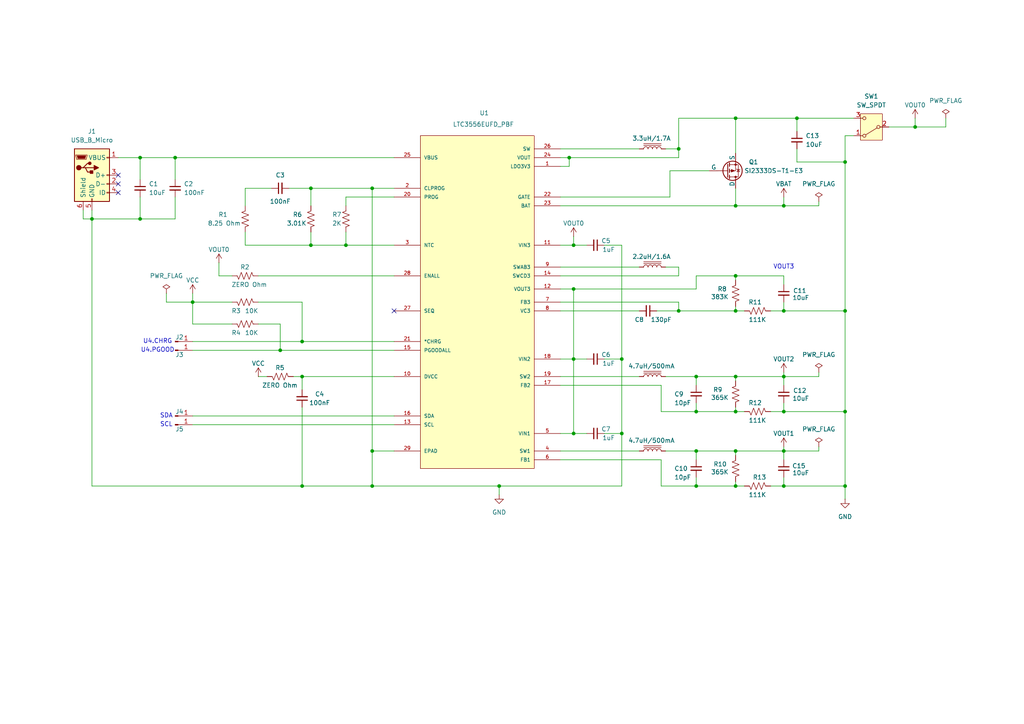
<source format=kicad_sch>
(kicad_sch
	(version 20231120)
	(generator "eeschema")
	(generator_version "8.0")
	(uuid "bb7cd57e-08c4-424a-907a-80dfa0dcf373")
	(paper "A4")
	(title_block
		(title "LTC3556EUFD_PBF")
		(date "11/11/2024")
		(rev "1.1")
		(company "Team 9")
		(comment 1 "Kirk Young")
	)
	(lib_symbols
		(symbol "Connector:Conn_01x01_Pin"
			(pin_names
				(offset 1.016) hide)
			(exclude_from_sim no)
			(in_bom yes)
			(on_board yes)
			(property "Reference" "J"
				(at 0 2.54 0)
				(effects
					(font
						(size 1.27 1.27)
					)
				)
			)
			(property "Value" "Conn_01x01_Pin"
				(at 0 -2.54 0)
				(effects
					(font
						(size 1.27 1.27)
					)
				)
			)
			(property "Footprint" ""
				(at 0 0 0)
				(effects
					(font
						(size 1.27 1.27)
					)
					(hide yes)
				)
			)
			(property "Datasheet" "~"
				(at 0 0 0)
				(effects
					(font
						(size 1.27 1.27)
					)
					(hide yes)
				)
			)
			(property "Description" "Generic connector, single row, 01x01, script generated"
				(at 0 0 0)
				(effects
					(font
						(size 1.27 1.27)
					)
					(hide yes)
				)
			)
			(property "ki_locked" ""
				(at 0 0 0)
				(effects
					(font
						(size 1.27 1.27)
					)
				)
			)
			(property "ki_keywords" "connector"
				(at 0 0 0)
				(effects
					(font
						(size 1.27 1.27)
					)
					(hide yes)
				)
			)
			(property "ki_fp_filters" "Connector*:*_1x??_*"
				(at 0 0 0)
				(effects
					(font
						(size 1.27 1.27)
					)
					(hide yes)
				)
			)
			(symbol "Conn_01x01_Pin_1_1"
				(polyline
					(pts
						(xy 1.27 0) (xy 0.8636 0)
					)
					(stroke
						(width 0.1524)
						(type default)
					)
					(fill
						(type none)
					)
				)
				(rectangle
					(start 0.8636 0.127)
					(end 0 -0.127)
					(stroke
						(width 0.1524)
						(type default)
					)
					(fill
						(type outline)
					)
				)
				(pin passive line
					(at 5.08 0 180)
					(length 3.81)
					(name "Pin_1"
						(effects
							(font
								(size 1.27 1.27)
							)
						)
					)
					(number "1"
						(effects
							(font
								(size 1.27 1.27)
							)
						)
					)
				)
			)
		)
		(symbol "Connector:USB_B_Micro"
			(pin_names
				(offset 1.016)
			)
			(exclude_from_sim no)
			(in_bom yes)
			(on_board yes)
			(property "Reference" "J"
				(at -5.08 11.43 0)
				(effects
					(font
						(size 1.27 1.27)
					)
					(justify left)
				)
			)
			(property "Value" "USB_B_Micro"
				(at -5.08 8.89 0)
				(effects
					(font
						(size 1.27 1.27)
					)
					(justify left)
				)
			)
			(property "Footprint" ""
				(at 3.81 -1.27 0)
				(effects
					(font
						(size 1.27 1.27)
					)
					(hide yes)
				)
			)
			(property "Datasheet" "~"
				(at 3.81 -1.27 0)
				(effects
					(font
						(size 1.27 1.27)
					)
					(hide yes)
				)
			)
			(property "Description" "USB Micro Type B connector"
				(at 0 0 0)
				(effects
					(font
						(size 1.27 1.27)
					)
					(hide yes)
				)
			)
			(property "ki_keywords" "connector USB micro"
				(at 0 0 0)
				(effects
					(font
						(size 1.27 1.27)
					)
					(hide yes)
				)
			)
			(property "ki_fp_filters" "USB*"
				(at 0 0 0)
				(effects
					(font
						(size 1.27 1.27)
					)
					(hide yes)
				)
			)
			(symbol "USB_B_Micro_0_1"
				(rectangle
					(start -5.08 -7.62)
					(end 5.08 7.62)
					(stroke
						(width 0.254)
						(type default)
					)
					(fill
						(type background)
					)
				)
				(circle
					(center -3.81 2.159)
					(radius 0.635)
					(stroke
						(width 0.254)
						(type default)
					)
					(fill
						(type outline)
					)
				)
				(circle
					(center -0.635 3.429)
					(radius 0.381)
					(stroke
						(width 0.254)
						(type default)
					)
					(fill
						(type outline)
					)
				)
				(rectangle
					(start -0.127 -7.62)
					(end 0.127 -6.858)
					(stroke
						(width 0)
						(type default)
					)
					(fill
						(type none)
					)
				)
				(polyline
					(pts
						(xy -1.905 2.159) (xy 0.635 2.159)
					)
					(stroke
						(width 0.254)
						(type default)
					)
					(fill
						(type none)
					)
				)
				(polyline
					(pts
						(xy -3.175 2.159) (xy -2.54 2.159) (xy -1.27 3.429) (xy -0.635 3.429)
					)
					(stroke
						(width 0.254)
						(type default)
					)
					(fill
						(type none)
					)
				)
				(polyline
					(pts
						(xy -2.54 2.159) (xy -1.905 2.159) (xy -1.27 0.889) (xy 0 0.889)
					)
					(stroke
						(width 0.254)
						(type default)
					)
					(fill
						(type none)
					)
				)
				(polyline
					(pts
						(xy 0.635 2.794) (xy 0.635 1.524) (xy 1.905 2.159) (xy 0.635 2.794)
					)
					(stroke
						(width 0.254)
						(type default)
					)
					(fill
						(type outline)
					)
				)
				(polyline
					(pts
						(xy -4.318 5.588) (xy -1.778 5.588) (xy -2.032 4.826) (xy -4.064 4.826) (xy -4.318 5.588)
					)
					(stroke
						(width 0)
						(type default)
					)
					(fill
						(type outline)
					)
				)
				(polyline
					(pts
						(xy -4.699 5.842) (xy -4.699 5.588) (xy -4.445 4.826) (xy -4.445 4.572) (xy -1.651 4.572) (xy -1.651 4.826)
						(xy -1.397 5.588) (xy -1.397 5.842) (xy -4.699 5.842)
					)
					(stroke
						(width 0)
						(type default)
					)
					(fill
						(type none)
					)
				)
				(rectangle
					(start 0.254 1.27)
					(end -0.508 0.508)
					(stroke
						(width 0.254)
						(type default)
					)
					(fill
						(type outline)
					)
				)
				(rectangle
					(start 5.08 -5.207)
					(end 4.318 -4.953)
					(stroke
						(width 0)
						(type default)
					)
					(fill
						(type none)
					)
				)
				(rectangle
					(start 5.08 -2.667)
					(end 4.318 -2.413)
					(stroke
						(width 0)
						(type default)
					)
					(fill
						(type none)
					)
				)
				(rectangle
					(start 5.08 -0.127)
					(end 4.318 0.127)
					(stroke
						(width 0)
						(type default)
					)
					(fill
						(type none)
					)
				)
				(rectangle
					(start 5.08 4.953)
					(end 4.318 5.207)
					(stroke
						(width 0)
						(type default)
					)
					(fill
						(type none)
					)
				)
			)
			(symbol "USB_B_Micro_1_1"
				(pin power_out line
					(at 7.62 5.08 180)
					(length 2.54)
					(name "VBUS"
						(effects
							(font
								(size 1.27 1.27)
							)
						)
					)
					(number "1"
						(effects
							(font
								(size 1.27 1.27)
							)
						)
					)
				)
				(pin bidirectional line
					(at 7.62 -2.54 180)
					(length 2.54)
					(name "D-"
						(effects
							(font
								(size 1.27 1.27)
							)
						)
					)
					(number "2"
						(effects
							(font
								(size 1.27 1.27)
							)
						)
					)
				)
				(pin bidirectional line
					(at 7.62 0 180)
					(length 2.54)
					(name "D+"
						(effects
							(font
								(size 1.27 1.27)
							)
						)
					)
					(number "3"
						(effects
							(font
								(size 1.27 1.27)
							)
						)
					)
				)
				(pin passive line
					(at 7.62 -5.08 180)
					(length 2.54)
					(name "ID"
						(effects
							(font
								(size 1.27 1.27)
							)
						)
					)
					(number "4"
						(effects
							(font
								(size 1.27 1.27)
							)
						)
					)
				)
				(pin power_out line
					(at 0 -10.16 90)
					(length 2.54)
					(name "GND"
						(effects
							(font
								(size 1.27 1.27)
							)
						)
					)
					(number "5"
						(effects
							(font
								(size 1.27 1.27)
							)
						)
					)
				)
				(pin passive line
					(at -2.54 -10.16 90)
					(length 2.54)
					(name "Shield"
						(effects
							(font
								(size 1.27 1.27)
							)
						)
					)
					(number "6"
						(effects
							(font
								(size 1.27 1.27)
							)
						)
					)
				)
			)
		)
		(symbol "Device:C_Small"
			(pin_numbers hide)
			(pin_names
				(offset 0.254) hide)
			(exclude_from_sim no)
			(in_bom yes)
			(on_board yes)
			(property "Reference" "C"
				(at 0.254 1.778 0)
				(effects
					(font
						(size 1.27 1.27)
					)
					(justify left)
				)
			)
			(property "Value" "C_Small"
				(at 0.254 -2.032 0)
				(effects
					(font
						(size 1.27 1.27)
					)
					(justify left)
				)
			)
			(property "Footprint" ""
				(at 0 0 0)
				(effects
					(font
						(size 1.27 1.27)
					)
					(hide yes)
				)
			)
			(property "Datasheet" "~"
				(at 0 0 0)
				(effects
					(font
						(size 1.27 1.27)
					)
					(hide yes)
				)
			)
			(property "Description" "Unpolarized capacitor, small symbol"
				(at 0 0 0)
				(effects
					(font
						(size 1.27 1.27)
					)
					(hide yes)
				)
			)
			(property "ki_keywords" "capacitor cap"
				(at 0 0 0)
				(effects
					(font
						(size 1.27 1.27)
					)
					(hide yes)
				)
			)
			(property "ki_fp_filters" "C_*"
				(at 0 0 0)
				(effects
					(font
						(size 1.27 1.27)
					)
					(hide yes)
				)
			)
			(symbol "C_Small_0_1"
				(polyline
					(pts
						(xy -1.524 -0.508) (xy 1.524 -0.508)
					)
					(stroke
						(width 0.3302)
						(type default)
					)
					(fill
						(type none)
					)
				)
				(polyline
					(pts
						(xy -1.524 0.508) (xy 1.524 0.508)
					)
					(stroke
						(width 0.3048)
						(type default)
					)
					(fill
						(type none)
					)
				)
			)
			(symbol "C_Small_1_1"
				(pin passive line
					(at 0 2.54 270)
					(length 2.032)
					(name "~"
						(effects
							(font
								(size 1.27 1.27)
							)
						)
					)
					(number "1"
						(effects
							(font
								(size 1.27 1.27)
							)
						)
					)
				)
				(pin passive line
					(at 0 -2.54 90)
					(length 2.032)
					(name "~"
						(effects
							(font
								(size 1.27 1.27)
							)
						)
					)
					(number "2"
						(effects
							(font
								(size 1.27 1.27)
							)
						)
					)
				)
			)
		)
		(symbol "Device:L_Iron"
			(pin_numbers hide)
			(pin_names
				(offset 1.016) hide)
			(exclude_from_sim no)
			(in_bom yes)
			(on_board yes)
			(property "Reference" "L"
				(at -1.27 0 90)
				(effects
					(font
						(size 1.27 1.27)
					)
				)
			)
			(property "Value" "L_Iron"
				(at 2.794 0 90)
				(effects
					(font
						(size 1.27 1.27)
					)
				)
			)
			(property "Footprint" ""
				(at 0 0 0)
				(effects
					(font
						(size 1.27 1.27)
					)
					(hide yes)
				)
			)
			(property "Datasheet" "~"
				(at 0 0 0)
				(effects
					(font
						(size 1.27 1.27)
					)
					(hide yes)
				)
			)
			(property "Description" "Inductor with iron core"
				(at 0 0 0)
				(effects
					(font
						(size 1.27 1.27)
					)
					(hide yes)
				)
			)
			(property "ki_keywords" "inductor choke coil reactor magnetic"
				(at 0 0 0)
				(effects
					(font
						(size 1.27 1.27)
					)
					(hide yes)
				)
			)
			(property "ki_fp_filters" "Choke_* *Coil* Inductor_* L_*"
				(at 0 0 0)
				(effects
					(font
						(size 1.27 1.27)
					)
					(hide yes)
				)
			)
			(symbol "L_Iron_0_1"
				(arc
					(start 0 -2.54)
					(mid 0.6323 -1.905)
					(end 0 -1.27)
					(stroke
						(width 0)
						(type default)
					)
					(fill
						(type none)
					)
				)
				(arc
					(start 0 -1.27)
					(mid 0.6323 -0.635)
					(end 0 0)
					(stroke
						(width 0)
						(type default)
					)
					(fill
						(type none)
					)
				)
				(polyline
					(pts
						(xy 1.016 2.54) (xy 1.016 -2.54)
					)
					(stroke
						(width 0)
						(type default)
					)
					(fill
						(type none)
					)
				)
				(polyline
					(pts
						(xy 1.524 -2.54) (xy 1.524 2.54)
					)
					(stroke
						(width 0)
						(type default)
					)
					(fill
						(type none)
					)
				)
				(arc
					(start 0 0)
					(mid 0.6323 0.635)
					(end 0 1.27)
					(stroke
						(width 0)
						(type default)
					)
					(fill
						(type none)
					)
				)
				(arc
					(start 0 1.27)
					(mid 0.6323 1.905)
					(end 0 2.54)
					(stroke
						(width 0)
						(type default)
					)
					(fill
						(type none)
					)
				)
			)
			(symbol "L_Iron_1_1"
				(pin passive line
					(at 0 3.81 270)
					(length 1.27)
					(name "1"
						(effects
							(font
								(size 1.27 1.27)
							)
						)
					)
					(number "1"
						(effects
							(font
								(size 1.27 1.27)
							)
						)
					)
				)
				(pin passive line
					(at 0 -3.81 90)
					(length 1.27)
					(name "2"
						(effects
							(font
								(size 1.27 1.27)
							)
						)
					)
					(number "2"
						(effects
							(font
								(size 1.27 1.27)
							)
						)
					)
				)
			)
		)
		(symbol "Device:R_US"
			(pin_numbers hide)
			(pin_names
				(offset 0)
			)
			(exclude_from_sim no)
			(in_bom yes)
			(on_board yes)
			(property "Reference" "R"
				(at 2.54 0 90)
				(effects
					(font
						(size 1.27 1.27)
					)
				)
			)
			(property "Value" "R_US"
				(at -2.54 0 90)
				(effects
					(font
						(size 1.27 1.27)
					)
				)
			)
			(property "Footprint" ""
				(at 1.016 -0.254 90)
				(effects
					(font
						(size 1.27 1.27)
					)
					(hide yes)
				)
			)
			(property "Datasheet" "~"
				(at 0 0 0)
				(effects
					(font
						(size 1.27 1.27)
					)
					(hide yes)
				)
			)
			(property "Description" "Resistor, US symbol"
				(at 0 0 0)
				(effects
					(font
						(size 1.27 1.27)
					)
					(hide yes)
				)
			)
			(property "ki_keywords" "R res resistor"
				(at 0 0 0)
				(effects
					(font
						(size 1.27 1.27)
					)
					(hide yes)
				)
			)
			(property "ki_fp_filters" "R_*"
				(at 0 0 0)
				(effects
					(font
						(size 1.27 1.27)
					)
					(hide yes)
				)
			)
			(symbol "R_US_0_1"
				(polyline
					(pts
						(xy 0 -2.286) (xy 0 -2.54)
					)
					(stroke
						(width 0)
						(type default)
					)
					(fill
						(type none)
					)
				)
				(polyline
					(pts
						(xy 0 2.286) (xy 0 2.54)
					)
					(stroke
						(width 0)
						(type default)
					)
					(fill
						(type none)
					)
				)
				(polyline
					(pts
						(xy 0 -0.762) (xy 1.016 -1.143) (xy 0 -1.524) (xy -1.016 -1.905) (xy 0 -2.286)
					)
					(stroke
						(width 0)
						(type default)
					)
					(fill
						(type none)
					)
				)
				(polyline
					(pts
						(xy 0 0.762) (xy 1.016 0.381) (xy 0 0) (xy -1.016 -0.381) (xy 0 -0.762)
					)
					(stroke
						(width 0)
						(type default)
					)
					(fill
						(type none)
					)
				)
				(polyline
					(pts
						(xy 0 2.286) (xy 1.016 1.905) (xy 0 1.524) (xy -1.016 1.143) (xy 0 0.762)
					)
					(stroke
						(width 0)
						(type default)
					)
					(fill
						(type none)
					)
				)
			)
			(symbol "R_US_1_1"
				(pin passive line
					(at 0 3.81 270)
					(length 1.27)
					(name "~"
						(effects
							(font
								(size 1.27 1.27)
							)
						)
					)
					(number "1"
						(effects
							(font
								(size 1.27 1.27)
							)
						)
					)
				)
				(pin passive line
					(at 0 -3.81 90)
					(length 1.27)
					(name "~"
						(effects
							(font
								(size 1.27 1.27)
							)
						)
					)
					(number "2"
						(effects
							(font
								(size 1.27 1.27)
							)
						)
					)
				)
			)
		)
		(symbol "LTC3556EUFD_PBF:LTC3556EUFD_PBF"
			(pin_names
				(offset 1.016)
			)
			(exclude_from_sim no)
			(in_bom yes)
			(on_board yes)
			(property "Reference" "U1"
				(at 35.56 10.16 0)
				(effects
					(font
						(size 1.27 1.27)
					)
				)
			)
			(property "Value" "LTC3556EUFD_PBF"
				(at 35.814 7.112 0)
				(effects
					(font
						(size 1.27 1.27)
					)
				)
			)
			(property "Footprint" "LTC3556EUFD_PBF:QFN-28_UFD"
				(at 0.508 20.066 0)
				(effects
					(font
						(size 1.27 1.27)
					)
					(justify bottom)
					(hide yes)
				)
			)
			(property "Datasheet" ""
				(at 44.45 -16.51 0)
				(effects
					(font
						(size 1.27 1.27)
					)
					(hide yes)
				)
			)
			(property "Description" ""
				(at 44.45 -16.51 0)
				(effects
					(font
						(size 1.27 1.27)
					)
					(hide yes)
				)
			)
			(property "DigiKey_Part_Number" "505-LTC3556EUFD#PBF-ND"
				(at 0.254 14.224 0)
				(effects
					(font
						(size 1.27 1.27)
					)
					(justify bottom)
					(hide yes)
				)
			)
			(property "SnapEDA_Link" "https://www.snapeda.com/parts/LTC3556EUFD%23PBF/Analog+Devices/view-part/?ref=snap"
				(at 22.606 17.526 0)
				(effects
					(font
						(size 1.27 1.27)
					)
					(justify bottom)
					(hide yes)
				)
			)
			(property "VENDOR" "Linear Technology"
				(at 25.908 26.162 0)
				(effects
					(font
						(size 1.27 1.27)
					)
					(justify bottom)
					(hide yes)
				)
			)
			(property "Description_1" "\n                        \n                            High Efﬁciency USB Power Manager with Dual Buck and Buck-Boost DC/DCs\n                        \n"
				(at 0.508 28.194 0)
				(effects
					(font
						(size 1.27 1.27)
					)
					(justify bottom)
					(hide yes)
				)
			)
			(property "Package" "QFN -28 Analog Devices"
				(at 0.762 25.908 0)
				(effects
					(font
						(size 1.27 1.27)
					)
					(justify bottom)
					(hide yes)
				)
			)
			(property "Check_prices" "https://www.snapeda.com/parts/LTC3556EUFD%23PBF/Analog+Devices/view-part/?ref=eda"
				(at 22.352 23.114 0)
				(effects
					(font
						(size 1.27 1.27)
					)
					(justify bottom)
					(hide yes)
				)
			)
			(property "MF" "Analog Devices"
				(at 0 11.684 0)
				(effects
					(font
						(size 1.27 1.27)
					)
					(justify bottom)
					(hide yes)
				)
			)
			(property "MP" "LTC3556EUFD#PBF"
				(at 26.67 14.224 0)
				(effects
					(font
						(size 1.27 1.27)
					)
					(justify bottom)
					(hide yes)
				)
			)
			(property "MANUFACTURER_PART_NUMBER" "ltc3556eufd#pbf"
				(at -1.016 9.144 0)
				(effects
					(font
						(size 1.27 1.27)
					)
					(justify bottom)
					(hide yes)
				)
			)
			(symbol "LTC3556EUFD_PBF_0_0"
				(rectangle
					(start 7.62 0)
					(end 40.64 -96.52)
					(stroke
						(width 0.1524)
						(type default)
					)
					(fill
						(type background)
					)
				)
				(pin output line
					(at 48.26 -8.89 180)
					(length 7.62)
					(name "LDO3V3"
						(effects
							(font
								(size 1.016 1.016)
							)
						)
					)
					(number "1"
						(effects
							(font
								(size 1.016 1.016)
							)
						)
					)
				)
				(pin power_in line
					(at 0 -69.85 0)
					(length 7.62)
					(name "DVCC"
						(effects
							(font
								(size 1.016 1.016)
							)
						)
					)
					(number "10"
						(effects
							(font
								(size 1.016 1.016)
							)
						)
					)
				)
				(pin input line
					(at 48.26 -31.75 180)
					(length 7.62)
					(name "VIN3"
						(effects
							(font
								(size 1.016 1.016)
							)
						)
					)
					(number "11"
						(effects
							(font
								(size 1.016 1.016)
							)
						)
					)
				)
				(pin output line
					(at 48.26 -44.45 180)
					(length 7.62)
					(name "VOUT3"
						(effects
							(font
								(size 1.016 1.016)
							)
						)
					)
					(number "12"
						(effects
							(font
								(size 1.016 1.016)
							)
						)
					)
				)
				(pin input line
					(at 0 -83.82 0)
					(length 7.62)
					(name "SCL"
						(effects
							(font
								(size 1.016 1.016)
							)
						)
					)
					(number "13"
						(effects
							(font
								(size 1.016 1.016)
							)
						)
					)
				)
				(pin passive line
					(at 48.26 -40.64 180)
					(length 7.62)
					(name "SWCD3"
						(effects
							(font
								(size 1.016 1.016)
							)
						)
					)
					(number "14"
						(effects
							(font
								(size 1.016 1.016)
							)
						)
					)
				)
				(pin output line
					(at 0 -62.23 0)
					(length 7.62)
					(name "PGOODALL"
						(effects
							(font
								(size 1.016 1.016)
							)
						)
					)
					(number "15"
						(effects
							(font
								(size 1.016 1.016)
							)
						)
					)
				)
				(pin input line
					(at 0 -81.28 0)
					(length 7.62)
					(name "SDA"
						(effects
							(font
								(size 1.016 1.016)
							)
						)
					)
					(number "16"
						(effects
							(font
								(size 1.016 1.016)
							)
						)
					)
				)
				(pin input line
					(at 48.26 -72.39 180)
					(length 7.62)
					(name "FB2"
						(effects
							(font
								(size 1.016 1.016)
							)
						)
					)
					(number "17"
						(effects
							(font
								(size 1.016 1.016)
							)
						)
					)
				)
				(pin input line
					(at 48.26 -64.77 180)
					(length 7.62)
					(name "VIN2"
						(effects
							(font
								(size 1.016 1.016)
							)
						)
					)
					(number "18"
						(effects
							(font
								(size 1.016 1.016)
							)
						)
					)
				)
				(pin passive line
					(at 48.26 -69.85 180)
					(length 7.62)
					(name "SW2"
						(effects
							(font
								(size 1.016 1.016)
							)
						)
					)
					(number "19"
						(effects
							(font
								(size 1.016 1.016)
							)
						)
					)
				)
				(pin passive line
					(at 0 -15.24 0)
					(length 7.62)
					(name "CLPROG"
						(effects
							(font
								(size 1.016 1.016)
							)
						)
					)
					(number "2"
						(effects
							(font
								(size 1.016 1.016)
							)
						)
					)
				)
				(pin passive line
					(at 0 -17.78 0)
					(length 7.62)
					(name "PROG"
						(effects
							(font
								(size 1.016 1.016)
							)
						)
					)
					(number "20"
						(effects
							(font
								(size 1.016 1.016)
							)
						)
					)
				)
				(pin output line
					(at 0 -59.69 0)
					(length 7.62)
					(name "*CHRG"
						(effects
							(font
								(size 1.016 1.016)
							)
						)
					)
					(number "21"
						(effects
							(font
								(size 1.016 1.016)
							)
						)
					)
				)
				(pin output line
					(at 48.26 -17.78 180)
					(length 7.62)
					(name "GATE"
						(effects
							(font
								(size 1.016 1.016)
							)
						)
					)
					(number "22"
						(effects
							(font
								(size 1.016 1.016)
							)
						)
					)
				)
				(pin passive line
					(at 48.26 -20.32 180)
					(length 7.62)
					(name "BAT"
						(effects
							(font
								(size 1.016 1.016)
							)
						)
					)
					(number "23"
						(effects
							(font
								(size 1.016 1.016)
							)
						)
					)
				)
				(pin output line
					(at 48.26 -6.35 180)
					(length 7.62)
					(name "VOUT"
						(effects
							(font
								(size 1.016 1.016)
							)
						)
					)
					(number "24"
						(effects
							(font
								(size 1.016 1.016)
							)
						)
					)
				)
				(pin input line
					(at 0 -6.35 0)
					(length 7.62)
					(name "VBUS"
						(effects
							(font
								(size 1.016 1.016)
							)
						)
					)
					(number "25"
						(effects
							(font
								(size 1.016 1.016)
							)
						)
					)
				)
				(pin passive line
					(at 48.26 -3.81 180)
					(length 7.62)
					(name "SW"
						(effects
							(font
								(size 1.016 1.016)
							)
						)
					)
					(number "26"
						(effects
							(font
								(size 1.016 1.016)
							)
						)
					)
				)
				(pin input line
					(at 0 -50.8 0)
					(length 7.62)
					(name "SEQ"
						(effects
							(font
								(size 1.016 1.016)
							)
						)
					)
					(number "27"
						(effects
							(font
								(size 1.016 1.016)
							)
						)
					)
				)
				(pin input line
					(at 0 -40.64 0)
					(length 7.62)
					(name "ENALL"
						(effects
							(font
								(size 1.016 1.016)
							)
						)
					)
					(number "28"
						(effects
							(font
								(size 1.016 1.016)
							)
						)
					)
				)
				(pin passive line
					(at 0 -91.44 0)
					(length 7.62)
					(name "EPAD"
						(effects
							(font
								(size 1.016 1.016)
							)
						)
					)
					(number "29"
						(effects
							(font
								(size 1.016 1.016)
							)
						)
					)
				)
				(pin input line
					(at 0 -31.75 0)
					(length 7.62)
					(name "NTC"
						(effects
							(font
								(size 1.016 1.016)
							)
						)
					)
					(number "3"
						(effects
							(font
								(size 1.016 1.016)
							)
						)
					)
				)
				(pin passive line
					(at 48.26 -91.44 180)
					(length 7.62)
					(name "SW1"
						(effects
							(font
								(size 1.016 1.016)
							)
						)
					)
					(number "4"
						(effects
							(font
								(size 1.016 1.016)
							)
						)
					)
				)
				(pin input line
					(at 48.26 -86.36 180)
					(length 7.62)
					(name "VIN1"
						(effects
							(font
								(size 1.016 1.016)
							)
						)
					)
					(number "5"
						(effects
							(font
								(size 1.016 1.016)
							)
						)
					)
				)
				(pin input line
					(at 48.26 -93.98 180)
					(length 7.62)
					(name "FB1"
						(effects
							(font
								(size 1.016 1.016)
							)
						)
					)
					(number "6"
						(effects
							(font
								(size 1.016 1.016)
							)
						)
					)
				)
				(pin input line
					(at 48.26 -48.26 180)
					(length 7.62)
					(name "FB3"
						(effects
							(font
								(size 1.016 1.016)
							)
						)
					)
					(number "7"
						(effects
							(font
								(size 1.016 1.016)
							)
						)
					)
				)
				(pin output line
					(at 48.26 -50.8 180)
					(length 7.62)
					(name "VC3"
						(effects
							(font
								(size 1.016 1.016)
							)
						)
					)
					(number "8"
						(effects
							(font
								(size 1.016 1.016)
							)
						)
					)
				)
				(pin passive line
					(at 48.26 -38.1 180)
					(length 7.62)
					(name "SWAB3"
						(effects
							(font
								(size 1.016 1.016)
							)
						)
					)
					(number "9"
						(effects
							(font
								(size 1.016 1.016)
							)
						)
					)
				)
			)
		)
		(symbol "Simulation_SPICE:PMOS"
			(pin_numbers hide)
			(pin_names
				(offset 0)
			)
			(exclude_from_sim no)
			(in_bom yes)
			(on_board yes)
			(property "Reference" "Q"
				(at 5.08 1.27 0)
				(effects
					(font
						(size 1.27 1.27)
					)
					(justify left)
				)
			)
			(property "Value" "PMOS"
				(at 5.08 -1.27 0)
				(effects
					(font
						(size 1.27 1.27)
					)
					(justify left)
				)
			)
			(property "Footprint" ""
				(at 5.08 2.54 0)
				(effects
					(font
						(size 1.27 1.27)
					)
					(hide yes)
				)
			)
			(property "Datasheet" "https://ngspice.sourceforge.io/docs/ngspice-html-manual/manual.xhtml#cha_MOSFETs"
				(at 0 -12.7 0)
				(effects
					(font
						(size 1.27 1.27)
					)
					(hide yes)
				)
			)
			(property "Description" "P-MOSFET transistor, drain/source/gate"
				(at 0 0 0)
				(effects
					(font
						(size 1.27 1.27)
					)
					(hide yes)
				)
			)
			(property "Sim.Device" "PMOS"
				(at 0 -17.145 0)
				(effects
					(font
						(size 1.27 1.27)
					)
					(hide yes)
				)
			)
			(property "Sim.Type" "VDMOS"
				(at 0 -19.05 0)
				(effects
					(font
						(size 1.27 1.27)
					)
					(hide yes)
				)
			)
			(property "Sim.Pins" "1=D 2=G 3=S"
				(at 0 -15.24 0)
				(effects
					(font
						(size 1.27 1.27)
					)
					(hide yes)
				)
			)
			(property "ki_keywords" "transistor PMOS P-MOS P-MOSFET simulation"
				(at 0 0 0)
				(effects
					(font
						(size 1.27 1.27)
					)
					(hide yes)
				)
			)
			(symbol "PMOS_0_1"
				(polyline
					(pts
						(xy 0.254 0) (xy -2.54 0)
					)
					(stroke
						(width 0)
						(type default)
					)
					(fill
						(type none)
					)
				)
				(polyline
					(pts
						(xy 0.254 1.905) (xy 0.254 -1.905)
					)
					(stroke
						(width 0.254)
						(type default)
					)
					(fill
						(type none)
					)
				)
				(polyline
					(pts
						(xy 0.762 -1.27) (xy 0.762 -2.286)
					)
					(stroke
						(width 0.254)
						(type default)
					)
					(fill
						(type none)
					)
				)
				(polyline
					(pts
						(xy 0.762 0.508) (xy 0.762 -0.508)
					)
					(stroke
						(width 0.254)
						(type default)
					)
					(fill
						(type none)
					)
				)
				(polyline
					(pts
						(xy 0.762 2.286) (xy 0.762 1.27)
					)
					(stroke
						(width 0.254)
						(type default)
					)
					(fill
						(type none)
					)
				)
				(polyline
					(pts
						(xy 2.54 2.54) (xy 2.54 1.778)
					)
					(stroke
						(width 0)
						(type default)
					)
					(fill
						(type none)
					)
				)
				(polyline
					(pts
						(xy 2.54 -2.54) (xy 2.54 0) (xy 0.762 0)
					)
					(stroke
						(width 0)
						(type default)
					)
					(fill
						(type none)
					)
				)
				(polyline
					(pts
						(xy 0.762 1.778) (xy 3.302 1.778) (xy 3.302 -1.778) (xy 0.762 -1.778)
					)
					(stroke
						(width 0)
						(type default)
					)
					(fill
						(type none)
					)
				)
				(polyline
					(pts
						(xy 2.286 0) (xy 1.27 0.381) (xy 1.27 -0.381) (xy 2.286 0)
					)
					(stroke
						(width 0)
						(type default)
					)
					(fill
						(type outline)
					)
				)
				(polyline
					(pts
						(xy 2.794 -0.508) (xy 2.921 -0.381) (xy 3.683 -0.381) (xy 3.81 -0.254)
					)
					(stroke
						(width 0)
						(type default)
					)
					(fill
						(type none)
					)
				)
				(polyline
					(pts
						(xy 3.302 -0.381) (xy 2.921 0.254) (xy 3.683 0.254) (xy 3.302 -0.381)
					)
					(stroke
						(width 0)
						(type default)
					)
					(fill
						(type none)
					)
				)
				(circle
					(center 1.651 0)
					(radius 2.794)
					(stroke
						(width 0.254)
						(type default)
					)
					(fill
						(type none)
					)
				)
				(circle
					(center 2.54 -1.778)
					(radius 0.254)
					(stroke
						(width 0)
						(type default)
					)
					(fill
						(type outline)
					)
				)
				(circle
					(center 2.54 1.778)
					(radius 0.254)
					(stroke
						(width 0)
						(type default)
					)
					(fill
						(type outline)
					)
				)
			)
			(symbol "PMOS_1_1"
				(pin passive line
					(at 2.54 5.08 270)
					(length 2.54)
					(name "D"
						(effects
							(font
								(size 1.27 1.27)
							)
						)
					)
					(number "1"
						(effects
							(font
								(size 1.27 1.27)
							)
						)
					)
				)
				(pin input line
					(at -5.08 0 0)
					(length 2.54)
					(name "G"
						(effects
							(font
								(size 1.27 1.27)
							)
						)
					)
					(number "2"
						(effects
							(font
								(size 1.27 1.27)
							)
						)
					)
				)
				(pin passive line
					(at 2.54 -5.08 90)
					(length 2.54)
					(name "S"
						(effects
							(font
								(size 1.27 1.27)
							)
						)
					)
					(number "3"
						(effects
							(font
								(size 1.27 1.27)
							)
						)
					)
				)
			)
		)
		(symbol "Switch:SW_SPDT"
			(pin_names
				(offset 0) hide)
			(exclude_from_sim no)
			(in_bom yes)
			(on_board yes)
			(property "Reference" "SW1"
				(at 0 -8.89 0)
				(effects
					(font
						(size 1.27 1.27)
					)
				)
			)
			(property "Value" "SW_SPDT"
				(at 0 -6.35 0)
				(effects
					(font
						(size 1.27 1.27)
					)
				)
			)
			(property "Footprint" ""
				(at 0 0 0)
				(effects
					(font
						(size 1.27 1.27)
					)
					(hide yes)
				)
			)
			(property "Datasheet" "~"
				(at 0 -7.62 0)
				(effects
					(font
						(size 1.27 1.27)
					)
					(hide yes)
				)
			)
			(property "Description" "Switch, single pole double throw"
				(at 0 0 0)
				(effects
					(font
						(size 1.27 1.27)
					)
					(hide yes)
				)
			)
			(property "ki_keywords" "switch single-pole double-throw spdt ON-ON"
				(at 0 0 0)
				(effects
					(font
						(size 1.27 1.27)
					)
					(hide yes)
				)
			)
			(symbol "SW_SPDT_0_1"
				(circle
					(center -2.032 0)
					(radius 0.4572)
					(stroke
						(width 0)
						(type default)
					)
					(fill
						(type none)
					)
				)
				(polyline
					(pts
						(xy -1.651 0.254) (xy 1.651 2.286)
					)
					(stroke
						(width 0)
						(type default)
					)
					(fill
						(type none)
					)
				)
				(circle
					(center 2.032 -2.54)
					(radius 0.4572)
					(stroke
						(width 0)
						(type default)
					)
					(fill
						(type none)
					)
				)
				(circle
					(center 2.032 2.54)
					(radius 0.4572)
					(stroke
						(width 0)
						(type default)
					)
					(fill
						(type none)
					)
				)
			)
			(symbol "SW_SPDT_1_1"
				(rectangle
					(start -3.175 3.81)
					(end 3.175 -3.81)
					(stroke
						(width 0)
						(type default)
					)
					(fill
						(type background)
					)
				)
				(pin passive line
					(at 5.08 2.54 180)
					(length 2.54)
					(name "A"
						(effects
							(font
								(size 1.27 1.27)
							)
						)
					)
					(number "1"
						(effects
							(font
								(size 1.27 1.27)
							)
						)
					)
				)
				(pin passive line
					(at -5.08 0 0)
					(length 2.54)
					(name "B"
						(effects
							(font
								(size 1.27 1.27)
							)
						)
					)
					(number "2"
						(effects
							(font
								(size 1.27 1.27)
							)
						)
					)
				)
				(pin passive line
					(at 5.08 -2.54 180)
					(length 2.54)
					(name "C"
						(effects
							(font
								(size 1.27 1.27)
							)
						)
					)
					(number "3"
						(effects
							(font
								(size 1.27 1.27)
							)
						)
					)
				)
			)
		)
		(symbol "power:+BATT"
			(power)
			(pin_numbers hide)
			(pin_names
				(offset 0) hide)
			(exclude_from_sim no)
			(in_bom yes)
			(on_board yes)
			(property "Reference" "#PWR"
				(at 0 -3.81 0)
				(effects
					(font
						(size 1.27 1.27)
					)
					(hide yes)
				)
			)
			(property "Value" "+BATT"
				(at 0 3.556 0)
				(effects
					(font
						(size 1.27 1.27)
					)
				)
			)
			(property "Footprint" ""
				(at 0 0 0)
				(effects
					(font
						(size 1.27 1.27)
					)
					(hide yes)
				)
			)
			(property "Datasheet" ""
				(at 0 0 0)
				(effects
					(font
						(size 1.27 1.27)
					)
					(hide yes)
				)
			)
			(property "Description" "Power symbol creates a global label with name \"+BATT\""
				(at 0 0 0)
				(effects
					(font
						(size 1.27 1.27)
					)
					(hide yes)
				)
			)
			(property "ki_keywords" "global power battery"
				(at 0 0 0)
				(effects
					(font
						(size 1.27 1.27)
					)
					(hide yes)
				)
			)
			(symbol "+BATT_0_1"
				(polyline
					(pts
						(xy -0.762 1.27) (xy 0 2.54)
					)
					(stroke
						(width 0)
						(type default)
					)
					(fill
						(type none)
					)
				)
				(polyline
					(pts
						(xy 0 0) (xy 0 2.54)
					)
					(stroke
						(width 0)
						(type default)
					)
					(fill
						(type none)
					)
				)
				(polyline
					(pts
						(xy 0 2.54) (xy 0.762 1.27)
					)
					(stroke
						(width 0)
						(type default)
					)
					(fill
						(type none)
					)
				)
			)
			(symbol "+BATT_1_1"
				(pin power_in line
					(at 0 0 90)
					(length 0)
					(name "~"
						(effects
							(font
								(size 1.27 1.27)
							)
						)
					)
					(number "1"
						(effects
							(font
								(size 1.27 1.27)
							)
						)
					)
				)
			)
		)
		(symbol "power:GND"
			(power)
			(pin_numbers hide)
			(pin_names
				(offset 0) hide)
			(exclude_from_sim no)
			(in_bom yes)
			(on_board yes)
			(property "Reference" "#PWR"
				(at 0 -6.35 0)
				(effects
					(font
						(size 1.27 1.27)
					)
					(hide yes)
				)
			)
			(property "Value" "GND"
				(at 0 -3.81 0)
				(effects
					(font
						(size 1.27 1.27)
					)
				)
			)
			(property "Footprint" ""
				(at 0 0 0)
				(effects
					(font
						(size 1.27 1.27)
					)
					(hide yes)
				)
			)
			(property "Datasheet" ""
				(at 0 0 0)
				(effects
					(font
						(size 1.27 1.27)
					)
					(hide yes)
				)
			)
			(property "Description" "Power symbol creates a global label with name \"GND\" , ground"
				(at 0 0 0)
				(effects
					(font
						(size 1.27 1.27)
					)
					(hide yes)
				)
			)
			(property "ki_keywords" "global power"
				(at 0 0 0)
				(effects
					(font
						(size 1.27 1.27)
					)
					(hide yes)
				)
			)
			(symbol "GND_0_1"
				(polyline
					(pts
						(xy 0 0) (xy 0 -1.27) (xy 1.27 -1.27) (xy 0 -2.54) (xy -1.27 -1.27) (xy 0 -1.27)
					)
					(stroke
						(width 0)
						(type default)
					)
					(fill
						(type none)
					)
				)
			)
			(symbol "GND_1_1"
				(pin power_in line
					(at 0 0 270)
					(length 0)
					(name "~"
						(effects
							(font
								(size 1.27 1.27)
							)
						)
					)
					(number "1"
						(effects
							(font
								(size 1.27 1.27)
							)
						)
					)
				)
			)
		)
		(symbol "power:PWR_FLAG"
			(power)
			(pin_numbers hide)
			(pin_names
				(offset 0) hide)
			(exclude_from_sim no)
			(in_bom yes)
			(on_board yes)
			(property "Reference" "#FLG"
				(at 0 1.905 0)
				(effects
					(font
						(size 1.27 1.27)
					)
					(hide yes)
				)
			)
			(property "Value" "PWR_FLAG"
				(at 0 3.81 0)
				(effects
					(font
						(size 1.27 1.27)
					)
				)
			)
			(property "Footprint" ""
				(at 0 0 0)
				(effects
					(font
						(size 1.27 1.27)
					)
					(hide yes)
				)
			)
			(property "Datasheet" "~"
				(at 0 0 0)
				(effects
					(font
						(size 1.27 1.27)
					)
					(hide yes)
				)
			)
			(property "Description" "Special symbol for telling ERC where power comes from"
				(at 0 0 0)
				(effects
					(font
						(size 1.27 1.27)
					)
					(hide yes)
				)
			)
			(property "ki_keywords" "flag power"
				(at 0 0 0)
				(effects
					(font
						(size 1.27 1.27)
					)
					(hide yes)
				)
			)
			(symbol "PWR_FLAG_0_0"
				(pin power_out line
					(at 0 0 90)
					(length 0)
					(name "~"
						(effects
							(font
								(size 1.27 1.27)
							)
						)
					)
					(number "1"
						(effects
							(font
								(size 1.27 1.27)
							)
						)
					)
				)
			)
			(symbol "PWR_FLAG_0_1"
				(polyline
					(pts
						(xy 0 0) (xy 0 1.27) (xy -1.016 1.905) (xy 0 2.54) (xy 1.016 1.905) (xy 0 1.27)
					)
					(stroke
						(width 0)
						(type default)
					)
					(fill
						(type none)
					)
				)
			)
		)
		(symbol "power:VCC"
			(power)
			(pin_numbers hide)
			(pin_names
				(offset 0) hide)
			(exclude_from_sim no)
			(in_bom yes)
			(on_board yes)
			(property "Reference" "#PWR"
				(at 0 -3.81 0)
				(effects
					(font
						(size 1.27 1.27)
					)
					(hide yes)
				)
			)
			(property "Value" "VCC"
				(at 0 3.556 0)
				(effects
					(font
						(size 1.27 1.27)
					)
				)
			)
			(property "Footprint" ""
				(at 0 0 0)
				(effects
					(font
						(size 1.27 1.27)
					)
					(hide yes)
				)
			)
			(property "Datasheet" ""
				(at 0 0 0)
				(effects
					(font
						(size 1.27 1.27)
					)
					(hide yes)
				)
			)
			(property "Description" "Power symbol creates a global label with name \"VCC\""
				(at 0 0 0)
				(effects
					(font
						(size 1.27 1.27)
					)
					(hide yes)
				)
			)
			(property "ki_keywords" "global power"
				(at 0 0 0)
				(effects
					(font
						(size 1.27 1.27)
					)
					(hide yes)
				)
			)
			(symbol "VCC_0_1"
				(polyline
					(pts
						(xy -0.762 1.27) (xy 0 2.54)
					)
					(stroke
						(width 0)
						(type default)
					)
					(fill
						(type none)
					)
				)
				(polyline
					(pts
						(xy 0 0) (xy 0 2.54)
					)
					(stroke
						(width 0)
						(type default)
					)
					(fill
						(type none)
					)
				)
				(polyline
					(pts
						(xy 0 2.54) (xy 0.762 1.27)
					)
					(stroke
						(width 0)
						(type default)
					)
					(fill
						(type none)
					)
				)
			)
			(symbol "VCC_1_1"
				(pin power_in line
					(at 0 0 90)
					(length 0)
					(name "~"
						(effects
							(font
								(size 1.27 1.27)
							)
						)
					)
					(number "1"
						(effects
							(font
								(size 1.27 1.27)
							)
						)
					)
				)
			)
		)
		(symbol "power:VDC"
			(power)
			(pin_numbers hide)
			(pin_names
				(offset 0) hide)
			(exclude_from_sim no)
			(in_bom yes)
			(on_board yes)
			(property "Reference" "#PWR"
				(at 0 -3.81 0)
				(effects
					(font
						(size 1.27 1.27)
					)
					(hide yes)
				)
			)
			(property "Value" "VDC"
				(at 0 3.556 0)
				(effects
					(font
						(size 1.27 1.27)
					)
				)
			)
			(property "Footprint" ""
				(at 0 0 0)
				(effects
					(font
						(size 1.27 1.27)
					)
					(hide yes)
				)
			)
			(property "Datasheet" ""
				(at 0 0 0)
				(effects
					(font
						(size 1.27 1.27)
					)
					(hide yes)
				)
			)
			(property "Description" "Power symbol creates a global label with name \"VDC\""
				(at 0 0 0)
				(effects
					(font
						(size 1.27 1.27)
					)
					(hide yes)
				)
			)
			(property "ki_keywords" "global power"
				(at 0 0 0)
				(effects
					(font
						(size 1.27 1.27)
					)
					(hide yes)
				)
			)
			(symbol "VDC_0_1"
				(polyline
					(pts
						(xy -0.762 1.27) (xy 0 2.54)
					)
					(stroke
						(width 0)
						(type default)
					)
					(fill
						(type none)
					)
				)
				(polyline
					(pts
						(xy 0 0) (xy 0 2.54)
					)
					(stroke
						(width 0)
						(type default)
					)
					(fill
						(type none)
					)
				)
				(polyline
					(pts
						(xy 0 2.54) (xy 0.762 1.27)
					)
					(stroke
						(width 0)
						(type default)
					)
					(fill
						(type none)
					)
				)
			)
			(symbol "VDC_1_1"
				(pin power_in line
					(at 0 0 90)
					(length 0)
					(name "~"
						(effects
							(font
								(size 1.27 1.27)
							)
						)
					)
					(number "1"
						(effects
							(font
								(size 1.27 1.27)
							)
						)
					)
				)
			)
		)
	)
	(junction
		(at 265.43 36.83)
		(diameter 0)
		(color 0 0 0 0)
		(uuid "05915ba4-de4a-4c38-bcb4-1735ec9204aa")
	)
	(junction
		(at 165.1 45.72)
		(diameter 0)
		(color 0 0 0 0)
		(uuid "09ccd46d-bc93-405f-ae0b-8f90df28f1bd")
	)
	(junction
		(at 50.8 45.72)
		(diameter 0)
		(color 0 0 0 0)
		(uuid "15f7a9c3-2712-4c58-9aaf-19b07db42251")
	)
	(junction
		(at 227.33 130.81)
		(diameter 0)
		(color 0 0 0 0)
		(uuid "1644aff6-33ff-482b-91fc-6348f08ce504")
	)
	(junction
		(at 87.63 140.97)
		(diameter 0)
		(color 0 0 0 0)
		(uuid "17605fbf-1b40-42e3-ac6e-9a3dc75cb06c")
	)
	(junction
		(at 90.17 71.12)
		(diameter 0)
		(color 0 0 0 0)
		(uuid "17c947d4-bae8-43d3-9675-55e5e93d2873")
	)
	(junction
		(at 144.78 140.97)
		(diameter 0)
		(color 0 0 0 0)
		(uuid "1cbc7b9e-f04c-4277-9bdc-9adeea5e5b30")
	)
	(junction
		(at 245.11 90.17)
		(diameter 0)
		(color 0 0 0 0)
		(uuid "202e9497-e379-4842-882c-fc561ac1ec27")
	)
	(junction
		(at 213.36 109.22)
		(diameter 0)
		(color 0 0 0 0)
		(uuid "2a3ec22e-2edc-4cae-8f15-fced0195afef")
	)
	(junction
		(at 40.64 45.72)
		(diameter 0)
		(color 0 0 0 0)
		(uuid "334a22b5-89d9-4b06-bced-d8e2902f1906")
	)
	(junction
		(at 107.95 130.81)
		(diameter 0)
		(color 0 0 0 0)
		(uuid "3cf1ee7e-ae99-4700-a7cf-48a300675a30")
	)
	(junction
		(at 40.64 63.5)
		(diameter 0)
		(color 0 0 0 0)
		(uuid "44f946f7-4d89-42e0-96dc-46979376a163")
	)
	(junction
		(at 100.33 71.12)
		(diameter 0)
		(color 0 0 0 0)
		(uuid "4770a12d-690c-44d5-b579-bb4df73e2bc6")
	)
	(junction
		(at 227.33 119.38)
		(diameter 0)
		(color 0 0 0 0)
		(uuid "4772ff92-8837-40b7-b40e-d4cb63d1202d")
	)
	(junction
		(at 201.93 109.22)
		(diameter 0)
		(color 0 0 0 0)
		(uuid "49b2b5c9-e46f-41ac-86f1-81af6861b5cd")
	)
	(junction
		(at 196.85 90.17)
		(diameter 0)
		(color 0 0 0 0)
		(uuid "4e1bf056-9f4a-4345-84dd-15a12fbb1cff")
	)
	(junction
		(at 227.33 140.97)
		(diameter 0)
		(color 0 0 0 0)
		(uuid "55626fe5-d967-4733-813f-c2cbdd6d01d0")
	)
	(junction
		(at 245.11 46.99)
		(diameter 0)
		(color 0 0 0 0)
		(uuid "569cffaa-8962-414d-b0ac-2ecfa903cd3e")
	)
	(junction
		(at 213.36 140.97)
		(diameter 0)
		(color 0 0 0 0)
		(uuid "5c137d64-6ea9-40e8-a17b-9efe41852b51")
	)
	(junction
		(at 201.93 130.81)
		(diameter 0)
		(color 0 0 0 0)
		(uuid "5c5ea0f2-eaa7-4245-8326-85b3bb1a76fa")
	)
	(junction
		(at 26.67 63.5)
		(diameter 0)
		(color 0 0 0 0)
		(uuid "5d6affc1-38b8-4b91-8b4d-a76986b96acc")
	)
	(junction
		(at 227.33 90.17)
		(diameter 0)
		(color 0 0 0 0)
		(uuid "6bbef4b5-8ff7-4c89-a5a9-dd05f9ce93d3")
	)
	(junction
		(at 196.85 43.18)
		(diameter 0)
		(color 0 0 0 0)
		(uuid "6dc2b670-c866-41de-bcf0-c60fd9d2cfb1")
	)
	(junction
		(at 180.34 104.14)
		(diameter 0)
		(color 0 0 0 0)
		(uuid "72832eef-7dfe-4ede-a684-23a315fc72aa")
	)
	(junction
		(at 201.93 140.97)
		(diameter 0)
		(color 0 0 0 0)
		(uuid "792f574b-a4d3-492a-969d-4bc2cbbad9ad")
	)
	(junction
		(at 166.37 125.73)
		(diameter 0)
		(color 0 0 0 0)
		(uuid "7dcdd9bc-9a8b-4025-8689-dc8d95c8ed69")
	)
	(junction
		(at 245.11 119.38)
		(diameter 0)
		(color 0 0 0 0)
		(uuid "824208e3-4ddb-4780-9d2a-a83ffdb94332")
	)
	(junction
		(at 201.93 119.38)
		(diameter 0)
		(color 0 0 0 0)
		(uuid "84019f35-b26f-495a-a13d-bf49ff46d5d2")
	)
	(junction
		(at 213.36 130.81)
		(diameter 0)
		(color 0 0 0 0)
		(uuid "8b9faf3d-3246-4c00-8ac9-47407873742e")
	)
	(junction
		(at 90.17 54.61)
		(diameter 0)
		(color 0 0 0 0)
		(uuid "8f52122f-692e-41ad-8e42-78285702e7a3")
	)
	(junction
		(at 227.33 59.69)
		(diameter 0)
		(color 0 0 0 0)
		(uuid "947da542-1181-401d-8961-8162c2f64876")
	)
	(junction
		(at 107.95 140.97)
		(diameter 0)
		(color 0 0 0 0)
		(uuid "94a15ab4-dc81-4816-8f0d-9caa4a1614d4")
	)
	(junction
		(at 166.37 71.12)
		(diameter 0)
		(color 0 0 0 0)
		(uuid "95807a7c-50db-4ef4-85fc-a39b81cec799")
	)
	(junction
		(at 87.63 99.06)
		(diameter 0)
		(color 0 0 0 0)
		(uuid "a6a7a887-e33e-4de0-987c-a44b883fe318")
	)
	(junction
		(at 213.36 119.38)
		(diameter 0)
		(color 0 0 0 0)
		(uuid "a8cb8e93-a384-4cc0-bb63-ceb7e2eaad03")
	)
	(junction
		(at 213.36 34.29)
		(diameter 0)
		(color 0 0 0 0)
		(uuid "b78a8af5-9eee-4050-84dd-782df2b7255d")
	)
	(junction
		(at 213.36 90.17)
		(diameter 0)
		(color 0 0 0 0)
		(uuid "bc03e322-2de4-4310-a1be-5cd563d70d4c")
	)
	(junction
		(at 213.36 80.01)
		(diameter 0)
		(color 0 0 0 0)
		(uuid "bca20247-1693-48bf-84dc-c0436ab5da2f")
	)
	(junction
		(at 55.88 87.63)
		(diameter 0)
		(color 0 0 0 0)
		(uuid "bee0762a-8ec9-4d2b-a59f-fc3814ae2d57")
	)
	(junction
		(at 107.95 54.61)
		(diameter 0)
		(color 0 0 0 0)
		(uuid "c8a8ba14-506d-4afd-bb00-c3b996888966")
	)
	(junction
		(at 166.37 104.14)
		(diameter 0)
		(color 0 0 0 0)
		(uuid "d195ae81-f70a-4d11-916f-1945f1ed15e2")
	)
	(junction
		(at 213.36 59.69)
		(diameter 0)
		(color 0 0 0 0)
		(uuid "d442061e-711e-403a-b5cb-e2ed98162eba")
	)
	(junction
		(at 245.11 140.97)
		(diameter 0)
		(color 0 0 0 0)
		(uuid "d70cc576-afbe-4bac-b6d2-29971eb67371")
	)
	(junction
		(at 180.34 125.73)
		(diameter 0)
		(color 0 0 0 0)
		(uuid "d810b4ee-e69e-4c2a-b884-973a7496954b")
	)
	(junction
		(at 231.14 34.29)
		(diameter 0)
		(color 0 0 0 0)
		(uuid "d8327d01-2d21-4eaf-b047-cc1b6d10239d")
	)
	(junction
		(at 87.63 109.22)
		(diameter 0)
		(color 0 0 0 0)
		(uuid "d899f8d4-41ac-403d-adaf-14c16ef35799")
	)
	(junction
		(at 81.28 101.6)
		(diameter 0)
		(color 0 0 0 0)
		(uuid "eb673fa3-8e6d-4471-87b7-1f959dc08a01")
	)
	(junction
		(at 166.37 83.82)
		(diameter 0)
		(color 0 0 0 0)
		(uuid "efc4b667-e2c3-401f-bee0-26cdda6069fb")
	)
	(junction
		(at 227.33 109.22)
		(diameter 0)
		(color 0 0 0 0)
		(uuid "f004a84c-dd89-41fe-82e4-d256f9469a47")
	)
	(no_connect
		(at 34.29 50.8)
		(uuid "8a82a3a5-10fe-48fb-97ba-f1e271579c56")
	)
	(no_connect
		(at 34.29 53.34)
		(uuid "8adf4e8e-fd2e-4775-8aa6-ff6106025718")
	)
	(no_connect
		(at 34.29 55.88)
		(uuid "b2d5c90d-51d2-474c-a666-8dc45a721204")
	)
	(no_connect
		(at 114.3 90.17)
		(uuid "e11446ba-12e9-4526-bd6a-9523be50574e")
	)
	(wire
		(pts
			(xy 55.88 101.6) (xy 81.28 101.6)
		)
		(stroke
			(width 0)
			(type default)
		)
		(uuid "023b1855-f8c2-4b30-a173-f057acfdd034")
	)
	(wire
		(pts
			(xy 50.8 63.5) (xy 40.64 63.5)
		)
		(stroke
			(width 0)
			(type default)
		)
		(uuid "033d8926-899b-44c6-b1a6-37cdd1dcf504")
	)
	(wire
		(pts
			(xy 201.93 138.43) (xy 201.93 140.97)
		)
		(stroke
			(width 0)
			(type default)
		)
		(uuid "0341d1bd-e6dc-412b-9e2d-4777e19a2076")
	)
	(wire
		(pts
			(xy 213.36 59.69) (xy 227.33 59.69)
		)
		(stroke
			(width 0)
			(type default)
		)
		(uuid "035bb93a-f1b8-4e8a-ad97-51e6db113d67")
	)
	(wire
		(pts
			(xy 162.56 43.18) (xy 185.42 43.18)
		)
		(stroke
			(width 0)
			(type default)
		)
		(uuid "03976bea-ed57-467e-a2c4-16ecd24c361d")
	)
	(wire
		(pts
			(xy 247.65 39.37) (xy 245.11 39.37)
		)
		(stroke
			(width 0)
			(type default)
		)
		(uuid "046462f1-5a97-497a-8832-bd974c06ab23")
	)
	(wire
		(pts
			(xy 227.33 107.95) (xy 227.33 109.22)
		)
		(stroke
			(width 0)
			(type default)
		)
		(uuid "061068dc-524c-4dae-b4be-7e70b590af96")
	)
	(wire
		(pts
			(xy 67.31 87.63) (xy 55.88 87.63)
		)
		(stroke
			(width 0)
			(type default)
		)
		(uuid "06f57503-2fb3-4cf9-8ef5-d473ad2729ee")
	)
	(wire
		(pts
			(xy 90.17 54.61) (xy 107.95 54.61)
		)
		(stroke
			(width 0)
			(type default)
		)
		(uuid "0de076bf-f3ed-4b12-8eef-10bc058a04f1")
	)
	(wire
		(pts
			(xy 166.37 68.58) (xy 166.37 71.12)
		)
		(stroke
			(width 0)
			(type default)
		)
		(uuid "0ee88853-36ec-49fa-9044-d4471063ad32")
	)
	(wire
		(pts
			(xy 165.1 45.72) (xy 196.85 45.72)
		)
		(stroke
			(width 0)
			(type default)
		)
		(uuid "0f00b82e-7a06-4936-911c-b73db9a5380c")
	)
	(wire
		(pts
			(xy 231.14 43.18) (xy 231.14 46.99)
		)
		(stroke
			(width 0)
			(type default)
		)
		(uuid "10d89a45-e50a-4577-ba53-7060bd778e17")
	)
	(wire
		(pts
			(xy 196.85 80.01) (xy 162.56 80.01)
		)
		(stroke
			(width 0)
			(type default)
		)
		(uuid "1569a1f5-6d38-4424-9e18-04f326e6d071")
	)
	(wire
		(pts
			(xy 162.56 59.69) (xy 213.36 59.69)
		)
		(stroke
			(width 0)
			(type default)
		)
		(uuid "17edfd49-b0de-468c-b106-7e35feca858c")
	)
	(wire
		(pts
			(xy 34.29 45.72) (xy 40.64 45.72)
		)
		(stroke
			(width 0)
			(type default)
		)
		(uuid "1aae852a-85a9-4c80-8e36-33fbae80bcc4")
	)
	(wire
		(pts
			(xy 162.56 57.15) (xy 194.31 57.15)
		)
		(stroke
			(width 0)
			(type default)
		)
		(uuid "1b86d832-dfee-4587-921c-1caef7b9a549")
	)
	(wire
		(pts
			(xy 196.85 34.29) (xy 213.36 34.29)
		)
		(stroke
			(width 0)
			(type default)
		)
		(uuid "1ce0cd68-0a6a-4992-bc06-978a00362d4c")
	)
	(wire
		(pts
			(xy 162.56 130.81) (xy 185.42 130.81)
		)
		(stroke
			(width 0)
			(type default)
		)
		(uuid "1f170660-5233-46e8-af41-82af67ec44d6")
	)
	(wire
		(pts
			(xy 227.33 59.69) (xy 237.49 59.69)
		)
		(stroke
			(width 0)
			(type default)
		)
		(uuid "1f403192-fa16-4ef0-8070-34154b78883f")
	)
	(wire
		(pts
			(xy 90.17 54.61) (xy 90.17 59.69)
		)
		(stroke
			(width 0)
			(type default)
		)
		(uuid "1f8f3e40-6f75-46b6-ab7d-4f1f88450ca9")
	)
	(wire
		(pts
			(xy 26.67 63.5) (xy 26.67 140.97)
		)
		(stroke
			(width 0)
			(type default)
		)
		(uuid "21ce4e99-4e77-46f9-af60-4913b47efe32")
	)
	(wire
		(pts
			(xy 227.33 129.54) (xy 227.33 130.81)
		)
		(stroke
			(width 0)
			(type default)
		)
		(uuid "238f4574-68a3-45c2-aad9-562453b4b280")
	)
	(wire
		(pts
			(xy 227.33 119.38) (xy 245.11 119.38)
		)
		(stroke
			(width 0)
			(type default)
		)
		(uuid "273baa0c-068d-408d-8309-ba77a68e8cb7")
	)
	(wire
		(pts
			(xy 162.56 71.12) (xy 166.37 71.12)
		)
		(stroke
			(width 0)
			(type default)
		)
		(uuid "274fa793-f85e-4b84-a5b9-a5f3e593589e")
	)
	(wire
		(pts
			(xy 274.32 34.29) (xy 274.32 36.83)
		)
		(stroke
			(width 0)
			(type default)
		)
		(uuid "27ea7acc-6376-4733-ba42-8f36613d5c68")
	)
	(wire
		(pts
			(xy 213.36 132.08) (xy 213.36 130.81)
		)
		(stroke
			(width 0)
			(type default)
		)
		(uuid "2819c4c1-4c73-4aa9-8338-0a2724bb9f2f")
	)
	(wire
		(pts
			(xy 40.64 45.72) (xy 40.64 52.07)
		)
		(stroke
			(width 0)
			(type default)
		)
		(uuid "28480f9c-6bbb-43bd-a0a0-b6a3f9ab904f")
	)
	(wire
		(pts
			(xy 74.93 80.01) (xy 114.3 80.01)
		)
		(stroke
			(width 0)
			(type default)
		)
		(uuid "2c4ff036-2274-4687-9a8d-d460c61b2f3a")
	)
	(wire
		(pts
			(xy 162.56 77.47) (xy 185.42 77.47)
		)
		(stroke
			(width 0)
			(type default)
		)
		(uuid "2e47687d-3233-4462-ad00-e06f560c7833")
	)
	(wire
		(pts
			(xy 245.11 140.97) (xy 245.11 144.78)
		)
		(stroke
			(width 0)
			(type default)
		)
		(uuid "2e5de503-b80e-4404-994a-4892e7c42760")
	)
	(wire
		(pts
			(xy 24.13 63.5) (xy 26.67 63.5)
		)
		(stroke
			(width 0)
			(type default)
		)
		(uuid "2f48f784-e119-49f4-8447-682118b623db")
	)
	(wire
		(pts
			(xy 48.26 87.63) (xy 55.88 87.63)
		)
		(stroke
			(width 0)
			(type default)
		)
		(uuid "3045dab6-c494-42ef-b398-f203687671b9")
	)
	(wire
		(pts
			(xy 166.37 125.73) (xy 170.18 125.73)
		)
		(stroke
			(width 0)
			(type default)
		)
		(uuid "305954e6-8f6f-43d6-9e60-4f4e9c8cf0f1")
	)
	(wire
		(pts
			(xy 90.17 71.12) (xy 100.33 71.12)
		)
		(stroke
			(width 0)
			(type default)
		)
		(uuid "313dfd55-dc44-4848-af7d-b96eacad78a7")
	)
	(wire
		(pts
			(xy 227.33 82.55) (xy 227.33 80.01)
		)
		(stroke
			(width 0)
			(type default)
		)
		(uuid "33324206-1d77-4f76-aea1-4d3f13844aaf")
	)
	(wire
		(pts
			(xy 213.36 110.49) (xy 213.36 109.22)
		)
		(stroke
			(width 0)
			(type default)
		)
		(uuid "36af7861-1b1b-4e4c-9156-b963a11bc2bf")
	)
	(wire
		(pts
			(xy 166.37 104.14) (xy 170.18 104.14)
		)
		(stroke
			(width 0)
			(type default)
		)
		(uuid "37ec8a5c-79be-4bac-ac78-d899294b5f1e")
	)
	(wire
		(pts
			(xy 193.04 130.81) (xy 201.93 130.81)
		)
		(stroke
			(width 0)
			(type default)
		)
		(uuid "38ce770f-b98c-43e0-b2f1-4e4352ee7200")
	)
	(wire
		(pts
			(xy 74.93 109.22) (xy 77.47 109.22)
		)
		(stroke
			(width 0)
			(type default)
		)
		(uuid "3ccf6b48-62a4-4b23-a975-ae221ffbb1a8")
	)
	(wire
		(pts
			(xy 213.36 80.01) (xy 213.36 81.28)
		)
		(stroke
			(width 0)
			(type default)
		)
		(uuid "3ce87aa3-7993-4065-bf17-be7ccdccf9d3")
	)
	(wire
		(pts
			(xy 201.93 116.84) (xy 201.93 119.38)
		)
		(stroke
			(width 0)
			(type default)
		)
		(uuid "3f483206-7890-4fbe-bc93-39b86a20ce36")
	)
	(wire
		(pts
			(xy 83.82 54.61) (xy 90.17 54.61)
		)
		(stroke
			(width 0)
			(type default)
		)
		(uuid "3f8bb6eb-4dea-4559-b85d-9100361868c6")
	)
	(wire
		(pts
			(xy 201.93 80.01) (xy 201.93 83.82)
		)
		(stroke
			(width 0)
			(type default)
		)
		(uuid "41372b81-75e3-4897-b77a-d535af4f3b30")
	)
	(wire
		(pts
			(xy 213.36 54.61) (xy 213.36 59.69)
		)
		(stroke
			(width 0)
			(type default)
		)
		(uuid "4137fd5c-bf97-4e55-b17c-6a1dca1f3b0b")
	)
	(wire
		(pts
			(xy 227.33 116.84) (xy 227.33 119.38)
		)
		(stroke
			(width 0)
			(type default)
		)
		(uuid "41411766-18d3-4d5c-b124-edc3d1d9a096")
	)
	(wire
		(pts
			(xy 87.63 99.06) (xy 114.3 99.06)
		)
		(stroke
			(width 0)
			(type default)
		)
		(uuid "41a979f1-7997-4dcd-aa81-6006d5675198")
	)
	(wire
		(pts
			(xy 213.36 34.29) (xy 231.14 34.29)
		)
		(stroke
			(width 0)
			(type default)
		)
		(uuid "472b668d-fe39-402e-b6d3-170b09ffb4e0")
	)
	(wire
		(pts
			(xy 227.33 133.35) (xy 227.33 130.81)
		)
		(stroke
			(width 0)
			(type default)
		)
		(uuid "4743c82b-1e25-4fdc-8c5c-7d3cf5a44ea5")
	)
	(wire
		(pts
			(xy 190.5 90.17) (xy 196.85 90.17)
		)
		(stroke
			(width 0)
			(type default)
		)
		(uuid "49294a75-35f1-4b05-8bfc-f4e653b82b50")
	)
	(wire
		(pts
			(xy 55.88 87.63) (xy 55.88 93.98)
		)
		(stroke
			(width 0)
			(type default)
		)
		(uuid "498e0c92-9223-4834-93c6-4d6cffd14b0f")
	)
	(wire
		(pts
			(xy 162.56 109.22) (xy 185.42 109.22)
		)
		(stroke
			(width 0)
			(type default)
		)
		(uuid "4c3b0382-f938-47b8-af6c-edc6c2c3109f")
	)
	(wire
		(pts
			(xy 166.37 83.82) (xy 166.37 104.14)
		)
		(stroke
			(width 0)
			(type default)
		)
		(uuid "4d1af195-dc52-4573-8614-6f6b2339730d")
	)
	(wire
		(pts
			(xy 201.93 111.76) (xy 201.93 109.22)
		)
		(stroke
			(width 0)
			(type default)
		)
		(uuid "4e9af44f-10af-4a66-a145-3d8fe0ac4b1f")
	)
	(wire
		(pts
			(xy 107.95 130.81) (xy 107.95 140.97)
		)
		(stroke
			(width 0)
			(type default)
		)
		(uuid "4ecc8976-b8d9-4368-8da8-a9dc3fc99fc2")
	)
	(wire
		(pts
			(xy 71.12 54.61) (xy 78.74 54.61)
		)
		(stroke
			(width 0)
			(type default)
		)
		(uuid "4f14ef9f-dddb-4ac6-8832-de40279c5085")
	)
	(wire
		(pts
			(xy 213.36 119.38) (xy 213.36 118.11)
		)
		(stroke
			(width 0)
			(type default)
		)
		(uuid "4f86d1dc-93b0-4a91-b301-14722dcd64b2")
	)
	(wire
		(pts
			(xy 245.11 39.37) (xy 245.11 46.99)
		)
		(stroke
			(width 0)
			(type default)
		)
		(uuid "4fbbdf01-71df-4680-aaa7-af9dba8e87de")
	)
	(wire
		(pts
			(xy 162.56 83.82) (xy 166.37 83.82)
		)
		(stroke
			(width 0)
			(type default)
		)
		(uuid "500faec6-c215-4dc6-9b8b-53105d0cc06e")
	)
	(wire
		(pts
			(xy 237.49 129.54) (xy 237.49 130.81)
		)
		(stroke
			(width 0)
			(type default)
		)
		(uuid "50924d15-55ed-4f81-ae17-28c91a3b3d25")
	)
	(wire
		(pts
			(xy 87.63 109.22) (xy 114.3 109.22)
		)
		(stroke
			(width 0)
			(type default)
		)
		(uuid "53bf1952-d421-42f1-9348-1621d7913c3a")
	)
	(wire
		(pts
			(xy 175.26 125.73) (xy 180.34 125.73)
		)
		(stroke
			(width 0)
			(type default)
		)
		(uuid "5525d713-2a38-44e3-a3eb-fa458493cf12")
	)
	(wire
		(pts
			(xy 191.77 133.35) (xy 191.77 140.97)
		)
		(stroke
			(width 0)
			(type default)
		)
		(uuid "57304853-fb00-4c11-a6ba-ec931426eee3")
	)
	(wire
		(pts
			(xy 107.95 130.81) (xy 114.3 130.81)
		)
		(stroke
			(width 0)
			(type default)
		)
		(uuid "5841e54a-3e83-458b-a06d-92100db827cf")
	)
	(wire
		(pts
			(xy 162.56 111.76) (xy 191.77 111.76)
		)
		(stroke
			(width 0)
			(type default)
		)
		(uuid "58c873bc-0380-4690-852f-efe30a74d65f")
	)
	(wire
		(pts
			(xy 213.36 80.01) (xy 227.33 80.01)
		)
		(stroke
			(width 0)
			(type default)
		)
		(uuid "5c95d565-aee9-4c68-afe0-6c1a4d9f2c9d")
	)
	(wire
		(pts
			(xy 227.33 140.97) (xy 245.11 140.97)
		)
		(stroke
			(width 0)
			(type default)
		)
		(uuid "5ce44895-b1f2-4f36-9b7d-d65007f2a5ac")
	)
	(wire
		(pts
			(xy 213.36 44.45) (xy 213.36 34.29)
		)
		(stroke
			(width 0)
			(type default)
		)
		(uuid "5dc87d05-ae1f-49ff-b0c8-0f443d9efe1a")
	)
	(wire
		(pts
			(xy 245.11 90.17) (xy 245.11 119.38)
		)
		(stroke
			(width 0)
			(type default)
		)
		(uuid "5ea0a1d7-9f55-499a-9289-3d103912394c")
	)
	(wire
		(pts
			(xy 265.43 34.29) (xy 265.43 36.83)
		)
		(stroke
			(width 0)
			(type default)
		)
		(uuid "60fc1c20-10d9-4350-a9e8-9ea34d85aae5")
	)
	(wire
		(pts
			(xy 162.56 45.72) (xy 165.1 45.72)
		)
		(stroke
			(width 0)
			(type default)
		)
		(uuid "629c1183-40a0-478c-bb83-0449f04a50cf")
	)
	(wire
		(pts
			(xy 87.63 140.97) (xy 107.95 140.97)
		)
		(stroke
			(width 0)
			(type default)
		)
		(uuid "664f7a65-6875-4087-921b-359002b6679d")
	)
	(wire
		(pts
			(xy 175.26 104.14) (xy 180.34 104.14)
		)
		(stroke
			(width 0)
			(type default)
		)
		(uuid "6b4db1f5-2a8e-44de-8d52-5d3408bb3bde")
	)
	(wire
		(pts
			(xy 85.09 109.22) (xy 87.63 109.22)
		)
		(stroke
			(width 0)
			(type default)
		)
		(uuid "6bc2f8fa-2e47-41a3-a5db-fad355a67124")
	)
	(wire
		(pts
			(xy 193.04 109.22) (xy 201.93 109.22)
		)
		(stroke
			(width 0)
			(type default)
		)
		(uuid "6c760888-def6-4c01-afcc-9feb16d54025")
	)
	(wire
		(pts
			(xy 191.77 119.38) (xy 201.93 119.38)
		)
		(stroke
			(width 0)
			(type default)
		)
		(uuid "6f09c1cc-a9a7-4a7b-8832-e1ba0e6089c4")
	)
	(wire
		(pts
			(xy 100.33 67.31) (xy 100.33 71.12)
		)
		(stroke
			(width 0)
			(type default)
		)
		(uuid "73188af0-2152-4ef5-a9a0-4d240ab9170d")
	)
	(wire
		(pts
			(xy 201.93 140.97) (xy 213.36 140.97)
		)
		(stroke
			(width 0)
			(type default)
		)
		(uuid "75b31bd8-15de-4040-9cf8-c8dcf83d3237")
	)
	(wire
		(pts
			(xy 196.85 77.47) (xy 196.85 80.01)
		)
		(stroke
			(width 0)
			(type default)
		)
		(uuid "76b0c7da-b5ec-469b-b6b4-5f995f4af41e")
	)
	(wire
		(pts
			(xy 26.67 63.5) (xy 40.64 63.5)
		)
		(stroke
			(width 0)
			(type default)
		)
		(uuid "7987b0cc-9f91-48d7-9d44-0f10446c89ce")
	)
	(wire
		(pts
			(xy 55.88 123.19) (xy 114.3 123.19)
		)
		(stroke
			(width 0)
			(type default)
		)
		(uuid "79fcfc2f-f98e-4076-9a7f-3baa54ba3131")
	)
	(wire
		(pts
			(xy 144.78 140.97) (xy 144.78 143.51)
		)
		(stroke
			(width 0)
			(type default)
		)
		(uuid "7b6fe9ff-5cff-4558-ba20-ce8920fc087d")
	)
	(wire
		(pts
			(xy 55.88 85.09) (xy 55.88 87.63)
		)
		(stroke
			(width 0)
			(type default)
		)
		(uuid "7d7e5830-40d9-42c5-95b2-c81d7e59e11a")
	)
	(wire
		(pts
			(xy 194.31 49.53) (xy 205.74 49.53)
		)
		(stroke
			(width 0)
			(type default)
		)
		(uuid "7e07b0dd-5db8-41b1-8d31-ae13c2168dd8")
	)
	(wire
		(pts
			(xy 223.52 119.38) (xy 227.33 119.38)
		)
		(stroke
			(width 0)
			(type default)
		)
		(uuid "7ef53a24-c374-4e3b-b109-f47c72fc7c1d")
	)
	(wire
		(pts
			(xy 201.93 133.35) (xy 201.93 130.81)
		)
		(stroke
			(width 0)
			(type default)
		)
		(uuid "8247cc45-aeff-4342-8445-8da90120baab")
	)
	(wire
		(pts
			(xy 81.28 93.98) (xy 81.28 101.6)
		)
		(stroke
			(width 0)
			(type default)
		)
		(uuid "86b94765-7017-4bfd-93c0-e73bae4ab643")
	)
	(wire
		(pts
			(xy 166.37 71.12) (xy 170.18 71.12)
		)
		(stroke
			(width 0)
			(type default)
		)
		(uuid "8788b58c-d5ea-4902-aaef-fafba4f4f757")
	)
	(wire
		(pts
			(xy 194.31 57.15) (xy 194.31 49.53)
		)
		(stroke
			(width 0)
			(type default)
		)
		(uuid "88255208-865c-477c-b4c6-89a688c2f5ff")
	)
	(wire
		(pts
			(xy 162.56 104.14) (xy 166.37 104.14)
		)
		(stroke
			(width 0)
			(type default)
		)
		(uuid "885af867-e101-4552-9826-807d73c62070")
	)
	(wire
		(pts
			(xy 193.04 77.47) (xy 196.85 77.47)
		)
		(stroke
			(width 0)
			(type default)
		)
		(uuid "8b3600e3-2a32-4495-919c-028ffb06e871")
	)
	(wire
		(pts
			(xy 162.56 48.26) (xy 165.1 48.26)
		)
		(stroke
			(width 0)
			(type default)
		)
		(uuid "8d0c1125-d237-49dc-8b6b-5871c30bb13e")
	)
	(wire
		(pts
			(xy 175.26 71.12) (xy 180.34 71.12)
		)
		(stroke
			(width 0)
			(type default)
		)
		(uuid "8e66109e-b21b-47b1-950c-1723e8b5bd86")
	)
	(wire
		(pts
			(xy 55.88 120.65) (xy 114.3 120.65)
		)
		(stroke
			(width 0)
			(type default)
		)
		(uuid "952c3b6c-8f97-46d3-934b-d6bb78a590e8")
	)
	(wire
		(pts
			(xy 87.63 109.22) (xy 87.63 113.03)
		)
		(stroke
			(width 0)
			(type default)
		)
		(uuid "961217e3-3275-4f89-a94a-96bee33e4510")
	)
	(wire
		(pts
			(xy 48.26 85.09) (xy 48.26 87.63)
		)
		(stroke
			(width 0)
			(type default)
		)
		(uuid "96cad824-6343-4275-8711-744ab7c5d665")
	)
	(wire
		(pts
			(xy 144.78 140.97) (xy 107.95 140.97)
		)
		(stroke
			(width 0)
			(type default)
		)
		(uuid "9842abe9-e6c4-483d-a67d-2c87d8d56f1b")
	)
	(wire
		(pts
			(xy 227.33 111.76) (xy 227.33 109.22)
		)
		(stroke
			(width 0)
			(type default)
		)
		(uuid "98c0b97b-3d2c-4dbb-bcbc-32e750a19fa8")
	)
	(wire
		(pts
			(xy 180.34 71.12) (xy 180.34 104.14)
		)
		(stroke
			(width 0)
			(type default)
		)
		(uuid "98ef330f-c195-435d-b824-7b63251af6aa")
	)
	(wire
		(pts
			(xy 55.88 99.06) (xy 87.63 99.06)
		)
		(stroke
			(width 0)
			(type default)
		)
		(uuid "992d3f24-a46f-4898-aaea-04668e0b752c")
	)
	(wire
		(pts
			(xy 231.14 34.29) (xy 231.14 38.1)
		)
		(stroke
			(width 0)
			(type default)
		)
		(uuid "9992ab46-c85a-4562-b924-882b7d106ae8")
	)
	(wire
		(pts
			(xy 274.32 36.83) (xy 265.43 36.83)
		)
		(stroke
			(width 0)
			(type default)
		)
		(uuid "9ac61505-19c7-4e31-aff9-f83f9a59a324")
	)
	(wire
		(pts
			(xy 213.36 90.17) (xy 215.9 90.17)
		)
		(stroke
			(width 0)
			(type default)
		)
		(uuid "9ae2e99f-a227-4d0f-aee7-7f8e948a9aac")
	)
	(wire
		(pts
			(xy 227.33 109.22) (xy 237.49 109.22)
		)
		(stroke
			(width 0)
			(type default)
		)
		(uuid "9d80e31c-b908-4a9d-a308-addae204b284")
	)
	(wire
		(pts
			(xy 196.85 87.63) (xy 196.85 90.17)
		)
		(stroke
			(width 0)
			(type default)
		)
		(uuid "9e140dc6-bc60-43a9-b960-1254b2103d83")
	)
	(wire
		(pts
			(xy 223.52 90.17) (xy 227.33 90.17)
		)
		(stroke
			(width 0)
			(type default)
		)
		(uuid "a06062db-8495-4de9-9205-8c0715aaf1b0")
	)
	(wire
		(pts
			(xy 227.33 138.43) (xy 227.33 140.97)
		)
		(stroke
			(width 0)
			(type default)
		)
		(uuid "a0965598-b469-4eff-9e24-d5030f0342ca")
	)
	(wire
		(pts
			(xy 213.36 140.97) (xy 213.36 139.7)
		)
		(stroke
			(width 0)
			(type default)
		)
		(uuid "a2226c0e-7b16-4a7b-b990-673b004e8282")
	)
	(wire
		(pts
			(xy 40.64 45.72) (xy 50.8 45.72)
		)
		(stroke
			(width 0)
			(type default)
		)
		(uuid "a2ae37cd-57d9-4f31-b21d-cf41cce5ec88")
	)
	(wire
		(pts
			(xy 162.56 90.17) (xy 185.42 90.17)
		)
		(stroke
			(width 0)
			(type default)
		)
		(uuid "a4539c28-9b98-42db-8187-c708e8ba5f4c")
	)
	(wire
		(pts
			(xy 107.95 54.61) (xy 107.95 130.81)
		)
		(stroke
			(width 0)
			(type default)
		)
		(uuid "a907c265-243d-4c28-a28f-b808cd0a64f3")
	)
	(wire
		(pts
			(xy 237.49 58.42) (xy 237.49 59.69)
		)
		(stroke
			(width 0)
			(type default)
		)
		(uuid "a9d932a8-b6f0-4b9b-985d-a49cb2726ff5")
	)
	(wire
		(pts
			(xy 196.85 45.72) (xy 196.85 43.18)
		)
		(stroke
			(width 0)
			(type default)
		)
		(uuid "aaad48b5-0672-47b0-9b73-3809e51a9f21")
	)
	(wire
		(pts
			(xy 26.67 140.97) (xy 87.63 140.97)
		)
		(stroke
			(width 0)
			(type default)
		)
		(uuid "aafeedba-d644-48d9-aa6a-46988c2a049f")
	)
	(wire
		(pts
			(xy 191.77 140.97) (xy 201.93 140.97)
		)
		(stroke
			(width 0)
			(type default)
		)
		(uuid "abd362ba-2696-4894-9e21-730dadd13caf")
	)
	(wire
		(pts
			(xy 74.93 93.98) (xy 81.28 93.98)
		)
		(stroke
			(width 0)
			(type default)
		)
		(uuid "ac79f511-3c55-40a1-a2ff-f765b314b52a")
	)
	(wire
		(pts
			(xy 201.93 130.81) (xy 213.36 130.81)
		)
		(stroke
			(width 0)
			(type default)
		)
		(uuid "ac822dac-2ece-4930-8f75-1dec465d80f3")
	)
	(wire
		(pts
			(xy 201.93 109.22) (xy 213.36 109.22)
		)
		(stroke
			(width 0)
			(type default)
		)
		(uuid "afac2325-36eb-43a1-aa37-a6dfed9f4b57")
	)
	(wire
		(pts
			(xy 193.04 43.18) (xy 196.85 43.18)
		)
		(stroke
			(width 0)
			(type default)
		)
		(uuid "b0606fef-3bc7-488d-8e90-9322469301b6")
	)
	(wire
		(pts
			(xy 196.85 34.29) (xy 196.85 43.18)
		)
		(stroke
			(width 0)
			(type default)
		)
		(uuid "b6750116-2b45-4639-a965-9a865846c96c")
	)
	(wire
		(pts
			(xy 63.5 80.01) (xy 67.31 80.01)
		)
		(stroke
			(width 0)
			(type default)
		)
		(uuid "b6acabf7-45d3-42c8-8e21-58fa8ad8fb20")
	)
	(wire
		(pts
			(xy 245.11 46.99) (xy 245.11 90.17)
		)
		(stroke
			(width 0)
			(type default)
		)
		(uuid "b6b5336e-2656-4b78-a178-83a5f99c02db")
	)
	(wire
		(pts
			(xy 100.33 59.69) (xy 100.33 57.15)
		)
		(stroke
			(width 0)
			(type default)
		)
		(uuid "b78832df-495e-41e3-9671-b42902616335")
	)
	(wire
		(pts
			(xy 223.52 140.97) (xy 227.33 140.97)
		)
		(stroke
			(width 0)
			(type default)
		)
		(uuid "b79b71df-cb5e-4418-bd2e-5557247d1e39")
	)
	(wire
		(pts
			(xy 87.63 87.63) (xy 87.63 99.06)
		)
		(stroke
			(width 0)
			(type default)
		)
		(uuid "b88492f5-c592-49e1-a66e-ad821439ab34")
	)
	(wire
		(pts
			(xy 213.36 109.22) (xy 227.33 109.22)
		)
		(stroke
			(width 0)
			(type default)
		)
		(uuid "b8b5871b-b51b-47d0-a760-fbaf51d9bfa9")
	)
	(wire
		(pts
			(xy 227.33 87.63) (xy 227.33 90.17)
		)
		(stroke
			(width 0)
			(type default)
		)
		(uuid "ba53b9a0-f69a-4f9d-9a71-62fcff5607d7")
	)
	(wire
		(pts
			(xy 213.36 90.17) (xy 213.36 88.9)
		)
		(stroke
			(width 0)
			(type default)
		)
		(uuid "bb35fe64-ab80-4f71-b05a-fc4ea2fa50ea")
	)
	(wire
		(pts
			(xy 237.49 107.95) (xy 237.49 109.22)
		)
		(stroke
			(width 0)
			(type default)
		)
		(uuid "c06238b2-8f9c-4786-b8cf-bad225ed8940")
	)
	(wire
		(pts
			(xy 24.13 60.96) (xy 24.13 63.5)
		)
		(stroke
			(width 0)
			(type default)
		)
		(uuid "c1874fa4-f359-475b-ba17-b029c61f5094")
	)
	(wire
		(pts
			(xy 227.33 57.15) (xy 227.33 59.69)
		)
		(stroke
			(width 0)
			(type default)
		)
		(uuid "c192a49b-e145-4ceb-8480-f597d2c58215")
	)
	(wire
		(pts
			(xy 100.33 71.12) (xy 114.3 71.12)
		)
		(stroke
			(width 0)
			(type default)
		)
		(uuid "c1fc3b98-bd04-48ba-b054-444287ea7f61")
	)
	(wire
		(pts
			(xy 26.67 60.96) (xy 26.67 63.5)
		)
		(stroke
			(width 0)
			(type default)
		)
		(uuid "c67de005-6183-4995-a078-725ff85aa329")
	)
	(wire
		(pts
			(xy 50.8 45.72) (xy 50.8 52.07)
		)
		(stroke
			(width 0)
			(type default)
		)
		(uuid "c77e573e-44e4-46b5-935a-7d54c351a62a")
	)
	(wire
		(pts
			(xy 40.64 57.15) (xy 40.64 63.5)
		)
		(stroke
			(width 0)
			(type default)
		)
		(uuid "c8695bb1-25e8-4ed1-89b0-b5bf3c82840b")
	)
	(wire
		(pts
			(xy 81.28 101.6) (xy 114.3 101.6)
		)
		(stroke
			(width 0)
			(type default)
		)
		(uuid "cc31d725-3a6a-4646-802b-ec8838b46e9c")
	)
	(wire
		(pts
			(xy 71.12 71.12) (xy 90.17 71.12)
		)
		(stroke
			(width 0)
			(type default)
		)
		(uuid "cdf89a5d-2aaf-467f-8da9-4ce08ca87ffe")
	)
	(wire
		(pts
			(xy 71.12 67.31) (xy 71.12 71.12)
		)
		(stroke
			(width 0)
			(type default)
		)
		(uuid "ce124925-da41-4219-b01d-d06fa26093dc")
	)
	(wire
		(pts
			(xy 180.34 104.14) (xy 180.34 125.73)
		)
		(stroke
			(width 0)
			(type default)
		)
		(uuid "d2c546e4-2dbc-46cf-9be0-305d53bed72e")
	)
	(wire
		(pts
			(xy 50.8 45.72) (xy 114.3 45.72)
		)
		(stroke
			(width 0)
			(type default)
		)
		(uuid "d38a9fd1-58b8-4da3-94bf-9e2aac85c9b1")
	)
	(wire
		(pts
			(xy 227.33 90.17) (xy 245.11 90.17)
		)
		(stroke
			(width 0)
			(type default)
		)
		(uuid "d49730bd-9aaa-4936-aa9c-6b0b3df3ed52")
	)
	(wire
		(pts
			(xy 265.43 36.83) (xy 257.81 36.83)
		)
		(stroke
			(width 0)
			(type default)
		)
		(uuid "d53e2ba4-8f7f-4dc3-aca4-2053d43f6285")
	)
	(wire
		(pts
			(xy 162.56 87.63) (xy 196.85 87.63)
		)
		(stroke
			(width 0)
			(type default)
		)
		(uuid "d5ffa58c-af5c-4720-9d18-1a281ead3733")
	)
	(wire
		(pts
			(xy 100.33 57.15) (xy 114.3 57.15)
		)
		(stroke
			(width 0)
			(type default)
		)
		(uuid "d717b805-6758-4e61-93d2-03f866afb71a")
	)
	(wire
		(pts
			(xy 55.88 93.98) (xy 67.31 93.98)
		)
		(stroke
			(width 0)
			(type default)
		)
		(uuid "d8584e9d-35fe-4b94-a05f-7a5dd2cc92b7")
	)
	(wire
		(pts
			(xy 213.36 130.81) (xy 227.33 130.81)
		)
		(stroke
			(width 0)
			(type default)
		)
		(uuid "da674594-8ec7-45ae-80a9-9b1ab9e88714")
	)
	(wire
		(pts
			(xy 165.1 45.72) (xy 165.1 48.26)
		)
		(stroke
			(width 0)
			(type default)
		)
		(uuid "db35f370-bdf1-4bfd-9446-ac30cf3d1910")
	)
	(wire
		(pts
			(xy 50.8 57.15) (xy 50.8 63.5)
		)
		(stroke
			(width 0)
			(type default)
		)
		(uuid "db5f05e6-cac2-4f58-9446-247c19c9d19e")
	)
	(wire
		(pts
			(xy 231.14 46.99) (xy 245.11 46.99)
		)
		(stroke
			(width 0)
			(type default)
		)
		(uuid "dd1a2e5c-2301-4cf3-9086-dfbf1bb40f4b")
	)
	(wire
		(pts
			(xy 63.5 76.2) (xy 63.5 80.01)
		)
		(stroke
			(width 0)
			(type default)
		)
		(uuid "dd34653c-9d47-45aa-b12f-76975490ce7b")
	)
	(wire
		(pts
			(xy 162.56 125.73) (xy 166.37 125.73)
		)
		(stroke
			(width 0)
			(type default)
		)
		(uuid "df597dcb-53c3-4abc-9007-6653bc81d7c4")
	)
	(wire
		(pts
			(xy 180.34 140.97) (xy 144.78 140.97)
		)
		(stroke
			(width 0)
			(type default)
		)
		(uuid "e0d4f6df-359e-497c-aed5-7e9749985386")
	)
	(wire
		(pts
			(xy 231.14 34.29) (xy 247.65 34.29)
		)
		(stroke
			(width 0)
			(type default)
		)
		(uuid "e2225d14-6f5e-4a3d-bd38-89d1f0b022a8")
	)
	(wire
		(pts
			(xy 245.11 119.38) (xy 245.11 140.97)
		)
		(stroke
			(width 0)
			(type default)
		)
		(uuid "e296893f-ea21-44d5-8ee0-0743e73237ae")
	)
	(wire
		(pts
			(xy 162.56 133.35) (xy 191.77 133.35)
		)
		(stroke
			(width 0)
			(type default)
		)
		(uuid "e42f163c-c328-4b55-baf6-755eb3b25b6f")
	)
	(wire
		(pts
			(xy 87.63 140.97) (xy 87.63 118.11)
		)
		(stroke
			(width 0)
			(type default)
		)
		(uuid "e78f60a8-0a44-4445-831f-2b22e40bab0f")
	)
	(wire
		(pts
			(xy 114.3 54.61) (xy 107.95 54.61)
		)
		(stroke
			(width 0)
			(type default)
		)
		(uuid "e8206700-c7e3-46e7-9954-28f8c9da5162")
	)
	(wire
		(pts
			(xy 166.37 83.82) (xy 201.93 83.82)
		)
		(stroke
			(width 0)
			(type default)
		)
		(uuid "ee8cd2dd-1abf-4ba0-b2c5-79b73d540c94")
	)
	(wire
		(pts
			(xy 74.93 87.63) (xy 87.63 87.63)
		)
		(stroke
			(width 0)
			(type default)
		)
		(uuid "efc3acce-2bd4-46c0-a0ad-9eda417cab5c")
	)
	(wire
		(pts
			(xy 71.12 59.69) (xy 71.12 54.61)
		)
		(stroke
			(width 0)
			(type default)
		)
		(uuid "f10e8cbf-b6c0-4040-b505-964c461f48bc")
	)
	(wire
		(pts
			(xy 166.37 104.14) (xy 166.37 125.73)
		)
		(stroke
			(width 0)
			(type default)
		)
		(uuid "f152b6ab-da25-485f-a515-b83040d75629")
	)
	(wire
		(pts
			(xy 196.85 90.17) (xy 213.36 90.17)
		)
		(stroke
			(width 0)
			(type default)
		)
		(uuid "f3b6bdd2-6c99-4666-9e82-041d949d4959")
	)
	(wire
		(pts
			(xy 227.33 130.81) (xy 237.49 130.81)
		)
		(stroke
			(width 0)
			(type default)
		)
		(uuid "f593c03e-4f0c-44c4-8387-f101e80d6292")
	)
	(wire
		(pts
			(xy 180.34 125.73) (xy 180.34 140.97)
		)
		(stroke
			(width 0)
			(type default)
		)
		(uuid "f748c473-5012-4956-8948-2062a513b64b")
	)
	(wire
		(pts
			(xy 201.93 80.01) (xy 213.36 80.01)
		)
		(stroke
			(width 0)
			(type default)
		)
		(uuid "f9ebdded-f268-4e2c-ae4a-5b70f3417d9e")
	)
	(wire
		(pts
			(xy 213.36 119.38) (xy 215.9 119.38)
		)
		(stroke
			(width 0)
			(type default)
		)
		(uuid "fa0dc688-f19e-48fc-b099-dcc36aa32714")
	)
	(wire
		(pts
			(xy 90.17 67.31) (xy 90.17 71.12)
		)
		(stroke
			(width 0)
			(type default)
		)
		(uuid "fa3d2511-e7ce-484a-ae25-eeb7a1fde980")
	)
	(wire
		(pts
			(xy 191.77 111.76) (xy 191.77 119.38)
		)
		(stroke
			(width 0)
			(type default)
		)
		(uuid "facedb35-f682-4550-a01c-c11fa4a0af80")
	)
	(wire
		(pts
			(xy 213.36 140.97) (xy 215.9 140.97)
		)
		(stroke
			(width 0)
			(type default)
		)
		(uuid "fc0b4f54-017c-4b5f-8964-b8302230677e")
	)
	(wire
		(pts
			(xy 201.93 119.38) (xy 213.36 119.38)
		)
		(stroke
			(width 0)
			(type default)
		)
		(uuid "fd94a44d-b0bf-43ee-a73b-b5efc77e47a3")
	)
	(text "SDA"
		(exclude_from_sim no)
		(at 48.26 120.65 0)
		(effects
			(font
				(size 1.27 1.27)
			)
		)
		(uuid "2ec24348-ce75-45e1-bf59-92625e5242cd")
	)
	(text "SCL"
		(exclude_from_sim no)
		(at 48.26 123.19 0)
		(effects
			(font
				(size 1.27 1.27)
			)
		)
		(uuid "9256628d-d80c-4696-a254-e992d5eec1b9")
	)
	(text "U4.PGOOD"
		(exclude_from_sim no)
		(at 45.72 101.6 0)
		(effects
			(font
				(size 1.27 1.27)
			)
		)
		(uuid "efd1b52e-7fb4-4f5c-8c04-c6d17a8f75a2")
	)
	(text "U4.CHRG"
		(exclude_from_sim no)
		(at 45.72 99.06 0)
		(effects
			(font
				(size 1.27 1.27)
			)
		)
		(uuid "fc9f2a65-5d39-418e-b359-74575106319e")
	)
	(text "VOUT3"
		(exclude_from_sim no)
		(at 227.33 77.47 0)
		(effects
			(font
				(size 1.27 1.27)
			)
		)
		(uuid "fdf831f0-b3cf-428e-b046-ac7f3d98ead6")
	)
	(symbol
		(lib_id "Connector:Conn_01x01_Pin")
		(at 50.8 123.19 0)
		(unit 1)
		(exclude_from_sim no)
		(in_bom yes)
		(on_board yes)
		(dnp no)
		(uuid "023e4f84-9e2c-4545-bb96-06415b87267d")
		(property "Reference" "J5"
			(at 52.07 124.46 0)
			(effects
				(font
					(size 1.27 1.27)
				)
			)
		)
		(property "Value" "Conn_01x01_Pin"
			(at 51.435 120.65 0)
			(effects
				(font
					(size 1.27 1.27)
				)
				(hide yes)
			)
		)
		(property "Footprint" ""
			(at 50.8 123.19 0)
			(effects
				(font
					(size 1.27 1.27)
				)
				(hide yes)
			)
		)
		(property "Datasheet" "~"
			(at 50.8 123.19 0)
			(effects
				(font
					(size 1.27 1.27)
				)
				(hide yes)
			)
		)
		(property "Description" "Generic connector, single row, 01x01, script generated"
			(at 50.8 123.19 0)
			(effects
				(font
					(size 1.27 1.27)
				)
				(hide yes)
			)
		)
		(pin "1"
			(uuid "b7056499-f71a-439d-aa7a-35226f53511c")
		)
		(instances
			(project "LTC3556_pcb_4off_datasht.kicad_sch-1"
				(path "/bb7cd57e-08c4-424a-907a-80dfa0dcf373"
					(reference "J5")
					(unit 1)
				)
			)
		)
	)
	(symbol
		(lib_id "Device:L_Iron")
		(at 189.23 43.18 270)
		(mirror x)
		(unit 1)
		(exclude_from_sim no)
		(in_bom yes)
		(on_board yes)
		(dnp no)
		(uuid "0a40632f-9b9b-45e3-8ed3-7838f5a46e5f")
		(property "Reference" "L7"
			(at 406.146 56.642 90)
			(effects
				(font
					(size 1.27 1.27)
				)
			)
		)
		(property "Value" "3.3uH/1.7A"
			(at 188.976 40.132 90)
			(effects
				(font
					(size 1.27 1.27)
				)
			)
		)
		(property "Footprint" ""
			(at 189.23 43.18 0)
			(effects
				(font
					(size 1.27 1.27)
				)
				(hide yes)
			)
		)
		(property "Datasheet" "~"
			(at 189.23 43.18 0)
			(effects
				(font
					(size 1.27 1.27)
				)
				(hide yes)
			)
		)
		(property "Description" "Inductor with iron core"
			(at 189.23 43.18 0)
			(effects
				(font
					(size 1.27 1.27)
				)
				(hide yes)
			)
		)
		(pin "1"
			(uuid "7b2f8d7a-c050-474b-9075-7cf1f12917a9")
		)
		(pin "2"
			(uuid "26fec0d1-01bd-4d83-add8-5b7054d6fe36")
		)
		(instances
			(project "LTC3556_pcb_4off_datasht.kicad_sch-1"
				(path "/bb7cd57e-08c4-424a-907a-80dfa0dcf373"
					(reference "L7")
					(unit 1)
				)
			)
		)
	)
	(symbol
		(lib_id "Device:R_US")
		(at 219.71 119.38 90)
		(mirror x)
		(unit 1)
		(exclude_from_sim no)
		(in_bom yes)
		(on_board yes)
		(dnp no)
		(uuid "0fb3a550-2068-4bb6-b467-79fec40cc4e5")
		(property "Reference" "R12"
			(at 220.98 116.84 90)
			(effects
				(font
					(size 1.27 1.27)
				)
				(justify left)
			)
		)
		(property "Value" "111K"
			(at 222.25 121.92 90)
			(effects
				(font
					(size 1.27 1.27)
				)
				(justify left)
			)
		)
		(property "Footprint" ""
			(at 219.964 120.396 90)
			(effects
				(font
					(size 1.27 1.27)
				)
				(hide yes)
			)
		)
		(property "Datasheet" "~"
			(at 219.71 119.38 0)
			(effects
				(font
					(size 1.27 1.27)
				)
				(hide yes)
			)
		)
		(property "Description" "Resistor, US symbol"
			(at 219.71 119.38 0)
			(effects
				(font
					(size 1.27 1.27)
				)
				(hide yes)
			)
		)
		(pin "2"
			(uuid "290913d7-42d2-4c5e-b660-f41591b851de")
		)
		(pin "1"
			(uuid "e89e0948-685a-49e9-80ae-cc74c5d93a25")
		)
		(instances
			(project "LTC3556_pcb_4off_datasht.kicad_sch-1"
				(path "/bb7cd57e-08c4-424a-907a-80dfa0dcf373"
					(reference "R12")
					(unit 1)
				)
			)
		)
	)
	(symbol
		(lib_id "power:VDC")
		(at 265.43 34.29 0)
		(unit 1)
		(exclude_from_sim no)
		(in_bom yes)
		(on_board yes)
		(dnp no)
		(uuid "1213ae5a-03aa-4ab8-a9ef-c35e69a5dfa8")
		(property "Reference" "#PWR010"
			(at 265.43 38.1 0)
			(effects
				(font
					(size 1.27 1.27)
				)
				(hide yes)
			)
		)
		(property "Value" "VOUT0"
			(at 265.43 30.48 0)
			(effects
				(font
					(size 1.27 1.27)
				)
			)
		)
		(property "Footprint" ""
			(at 265.43 34.29 0)
			(effects
				(font
					(size 1.27 1.27)
				)
				(hide yes)
			)
		)
		(property "Datasheet" ""
			(at 265.43 34.29 0)
			(effects
				(font
					(size 1.27 1.27)
				)
				(hide yes)
			)
		)
		(property "Description" "Power symbol creates a global label with name \"VDC\""
			(at 265.43 34.29 0)
			(effects
				(font
					(size 1.27 1.27)
				)
				(hide yes)
			)
		)
		(pin "1"
			(uuid "91be8343-a61f-4561-96d5-834728a92e07")
		)
		(instances
			(project ""
				(path "/bb7cd57e-08c4-424a-907a-80dfa0dcf373"
					(reference "#PWR010")
					(unit 1)
				)
			)
		)
	)
	(symbol
		(lib_id "power:VCC")
		(at 74.93 109.22 0)
		(unit 1)
		(exclude_from_sim no)
		(in_bom yes)
		(on_board yes)
		(dnp no)
		(uuid "1982d92e-8e0c-4415-ba4c-09c6fb552f80")
		(property "Reference" "#PWR017"
			(at 74.93 113.03 0)
			(effects
				(font
					(size 1.27 1.27)
				)
				(hide yes)
			)
		)
		(property "Value" "VCC"
			(at 74.93 105.41 0)
			(effects
				(font
					(size 1.27 1.27)
				)
			)
		)
		(property "Footprint" ""
			(at 74.93 109.22 0)
			(effects
				(font
					(size 1.27 1.27)
				)
				(hide yes)
			)
		)
		(property "Datasheet" ""
			(at 74.93 109.22 0)
			(effects
				(font
					(size 1.27 1.27)
				)
				(hide yes)
			)
		)
		(property "Description" "Power symbol creates a global label with name \"VCC\""
			(at 74.93 109.22 0)
			(effects
				(font
					(size 1.27 1.27)
				)
				(hide yes)
			)
		)
		(pin "1"
			(uuid "0ee162e8-9c93-4206-b775-ce51a5578ec2")
		)
		(instances
			(project "LTC3556_pcb_4off_datasht.kicad_sch-1"
				(path "/bb7cd57e-08c4-424a-907a-80dfa0dcf373"
					(reference "#PWR017")
					(unit 1)
				)
			)
		)
	)
	(symbol
		(lib_id "Device:C_Small")
		(at 172.72 104.14 270)
		(mirror x)
		(unit 1)
		(exclude_from_sim no)
		(in_bom yes)
		(on_board yes)
		(dnp no)
		(uuid "1a94d1ea-d746-470c-9bef-774ebedca1f2")
		(property "Reference" "C6"
			(at 175.768 102.87 90)
			(effects
				(font
					(size 1.27 1.27)
				)
			)
		)
		(property "Value" "1uF"
			(at 176.53 105.41 90)
			(effects
				(font
					(size 1.27 1.27)
				)
			)
		)
		(property "Footprint" ""
			(at 172.72 104.14 0)
			(effects
				(font
					(size 1.27 1.27)
				)
				(hide yes)
			)
		)
		(property "Datasheet" "~"
			(at 172.72 104.14 0)
			(effects
				(font
					(size 1.27 1.27)
				)
				(hide yes)
			)
		)
		(property "Description" "Unpolarized capacitor, small symbol"
			(at 172.72 104.14 0)
			(effects
				(font
					(size 1.27 1.27)
				)
				(hide yes)
			)
		)
		(pin "1"
			(uuid "0ed1dabd-5eab-4515-99db-03321ff1fe47")
		)
		(pin "2"
			(uuid "6ec6f3de-3296-45f6-af5f-a9392d4f99a3")
		)
		(instances
			(project "LTC3556_pcb_4off_datasht.kicad_sch-1"
				(path "/bb7cd57e-08c4-424a-907a-80dfa0dcf373"
					(reference "C6")
					(unit 1)
				)
			)
		)
	)
	(symbol
		(lib_id "Device:R_US")
		(at 71.12 63.5 0)
		(mirror y)
		(unit 1)
		(exclude_from_sim no)
		(in_bom yes)
		(on_board yes)
		(dnp no)
		(uuid "2e7104e7-c476-49b8-8020-72870026e3b7")
		(property "Reference" "R1"
			(at 66.04 62.23 0)
			(effects
				(font
					(size 1.27 1.27)
				)
				(justify left)
			)
		)
		(property "Value" "8.25 Ohm"
			(at 69.85 64.77 0)
			(effects
				(font
					(size 1.27 1.27)
				)
				(justify left)
			)
		)
		(property "Footprint" ""
			(at 70.104 63.754 90)
			(effects
				(font
					(size 1.27 1.27)
				)
				(hide yes)
			)
		)
		(property "Datasheet" "~"
			(at 71.12 63.5 0)
			(effects
				(font
					(size 1.27 1.27)
				)
				(hide yes)
			)
		)
		(property "Description" "Resistor, US symbol"
			(at 71.12 63.5 0)
			(effects
				(font
					(size 1.27 1.27)
				)
				(hide yes)
			)
		)
		(pin "2"
			(uuid "102f3252-bfca-422f-8971-c8c49d168a5d")
		)
		(pin "1"
			(uuid "b51eba3a-16be-407c-9a72-f568c3115301")
		)
		(instances
			(project "LTC3556_pcb_4off_datasht.kicad_sch-1"
				(path "/bb7cd57e-08c4-424a-907a-80dfa0dcf373"
					(reference "R1")
					(unit 1)
				)
			)
		)
	)
	(symbol
		(lib_id "power:PWR_FLAG")
		(at 237.49 107.95 0)
		(unit 1)
		(exclude_from_sim no)
		(in_bom yes)
		(on_board yes)
		(dnp no)
		(fields_autoplaced yes)
		(uuid "436290bf-fc6b-44e0-8eff-d1072e93737b")
		(property "Reference" "#FLG04"
			(at 237.49 106.045 0)
			(effects
				(font
					(size 1.27 1.27)
				)
				(hide yes)
			)
		)
		(property "Value" "PWR_FLAG"
			(at 237.49 102.87 0)
			(effects
				(font
					(size 1.27 1.27)
				)
			)
		)
		(property "Footprint" ""
			(at 237.49 107.95 0)
			(effects
				(font
					(size 1.27 1.27)
				)
				(hide yes)
			)
		)
		(property "Datasheet" "~"
			(at 237.49 107.95 0)
			(effects
				(font
					(size 1.27 1.27)
				)
				(hide yes)
			)
		)
		(property "Description" "Special symbol for telling ERC where power comes from"
			(at 237.49 107.95 0)
			(effects
				(font
					(size 1.27 1.27)
				)
				(hide yes)
			)
		)
		(pin "1"
			(uuid "b3a4a08c-166b-4ff8-983d-c42d0ab2452f")
		)
		(instances
			(project ""
				(path "/bb7cd57e-08c4-424a-907a-80dfa0dcf373"
					(reference "#FLG04")
					(unit 1)
				)
			)
		)
	)
	(symbol
		(lib_id "Connector:USB_B_Micro")
		(at 26.67 50.8 0)
		(unit 1)
		(exclude_from_sim no)
		(in_bom yes)
		(on_board yes)
		(dnp no)
		(fields_autoplaced yes)
		(uuid "44c584af-4b73-4e61-923b-dd8c92a12e43")
		(property "Reference" "J1"
			(at 26.67 38.1 0)
			(effects
				(font
					(size 1.27 1.27)
				)
			)
		)
		(property "Value" "USB_B_Micro"
			(at 26.67 40.64 0)
			(effects
				(font
					(size 1.27 1.27)
				)
			)
		)
		(property "Footprint" ""
			(at 30.48 52.07 0)
			(effects
				(font
					(size 1.27 1.27)
				)
				(hide yes)
			)
		)
		(property "Datasheet" "~"
			(at 30.48 52.07 0)
			(effects
				(font
					(size 1.27 1.27)
				)
				(hide yes)
			)
		)
		(property "Description" "USB Micro Type B connector"
			(at 26.67 50.8 0)
			(effects
				(font
					(size 1.27 1.27)
				)
				(hide yes)
			)
		)
		(pin "2"
			(uuid "9b25d299-a02b-4a3a-8975-ebf6a0f29ecd")
		)
		(pin "5"
			(uuid "86b7f443-3f9c-4f6e-8d2d-90733d091ece")
		)
		(pin "4"
			(uuid "d84517c8-d957-4f9f-a5ab-5033da634ae2")
		)
		(pin "6"
			(uuid "8c38216c-453a-49a8-871c-8e38e28530bf")
		)
		(pin "3"
			(uuid "e445fa3d-a365-4d2c-a0f3-77951c429af1")
		)
		(pin "1"
			(uuid "de96117a-2ee9-433e-9bef-fac601844973")
		)
		(instances
			(project ""
				(path "/bb7cd57e-08c4-424a-907a-80dfa0dcf373"
					(reference "J1")
					(unit 1)
				)
			)
		)
	)
	(symbol
		(lib_id "power:GND")
		(at 144.78 143.51 0)
		(mirror y)
		(unit 1)
		(exclude_from_sim no)
		(in_bom yes)
		(on_board yes)
		(dnp no)
		(fields_autoplaced yes)
		(uuid "475983ce-9508-4a19-8b0d-76a4a7d18d6d")
		(property "Reference" "#PWR014"
			(at 144.78 149.86 0)
			(effects
				(font
					(size 1.27 1.27)
				)
				(hide yes)
			)
		)
		(property "Value" "GND"
			(at 144.78 148.59 0)
			(effects
				(font
					(size 1.27 1.27)
				)
			)
		)
		(property "Footprint" ""
			(at 144.78 143.51 0)
			(effects
				(font
					(size 1.27 1.27)
				)
				(hide yes)
			)
		)
		(property "Datasheet" ""
			(at 144.78 143.51 0)
			(effects
				(font
					(size 1.27 1.27)
				)
				(hide yes)
			)
		)
		(property "Description" "Power symbol creates a global label with name \"GND\" , ground"
			(at 144.78 143.51 0)
			(effects
				(font
					(size 1.27 1.27)
				)
				(hide yes)
			)
		)
		(pin "1"
			(uuid "af2c4f0f-fc6c-41a3-bc3c-b42e136ecfae")
		)
		(instances
			(project "LTC3556_pcb_4off_datasht.kicad_sch-1"
				(path "/bb7cd57e-08c4-424a-907a-80dfa0dcf373"
					(reference "#PWR014")
					(unit 1)
				)
			)
		)
	)
	(symbol
		(lib_id "Device:C_Small")
		(at 81.28 54.61 90)
		(mirror x)
		(unit 1)
		(exclude_from_sim no)
		(in_bom yes)
		(on_board yes)
		(dnp no)
		(uuid "541ce9ad-0618-4dcb-b8dc-d03ccbda161b")
		(property "Reference" "C3"
			(at 81.28 50.8 90)
			(effects
				(font
					(size 1.27 1.27)
				)
			)
		)
		(property "Value" "100nF"
			(at 81.28 58.42 90)
			(effects
				(font
					(size 1.27 1.27)
				)
			)
		)
		(property "Footprint" ""
			(at 81.28 54.61 0)
			(effects
				(font
					(size 1.27 1.27)
				)
				(hide yes)
			)
		)
		(property "Datasheet" "~"
			(at 81.28 54.61 0)
			(effects
				(font
					(size 1.27 1.27)
				)
				(hide yes)
			)
		)
		(property "Description" "Unpolarized capacitor, small symbol"
			(at 81.28 54.61 0)
			(effects
				(font
					(size 1.27 1.27)
				)
				(hide yes)
			)
		)
		(pin "1"
			(uuid "7a9f5c34-f3eb-48a1-9e83-d851b0aeb4e2")
		)
		(pin "2"
			(uuid "aa3a5fda-fb16-4007-a70c-6a58d196f6dd")
		)
		(instances
			(project "LTC3556_pcb_4off_datasht.kicad_sch-1"
				(path "/bb7cd57e-08c4-424a-907a-80dfa0dcf373"
					(reference "C3")
					(unit 1)
				)
			)
		)
	)
	(symbol
		(lib_id "Device:C_Small")
		(at 172.72 71.12 270)
		(mirror x)
		(unit 1)
		(exclude_from_sim no)
		(in_bom yes)
		(on_board yes)
		(dnp no)
		(uuid "5a97e923-e9eb-4d00-b78b-b0e7f0960a8a")
		(property "Reference" "C5"
			(at 175.768 69.85 90)
			(effects
				(font
					(size 1.27 1.27)
				)
			)
		)
		(property "Value" "1uF"
			(at 176.53 72.39 90)
			(effects
				(font
					(size 1.27 1.27)
				)
			)
		)
		(property "Footprint" ""
			(at 172.72 71.12 0)
			(effects
				(font
					(size 1.27 1.27)
				)
				(hide yes)
			)
		)
		(property "Datasheet" "~"
			(at 172.72 71.12 0)
			(effects
				(font
					(size 1.27 1.27)
				)
				(hide yes)
			)
		)
		(property "Description" "Unpolarized capacitor, small symbol"
			(at 172.72 71.12 0)
			(effects
				(font
					(size 1.27 1.27)
				)
				(hide yes)
			)
		)
		(pin "1"
			(uuid "c07b31d0-72bd-43ef-9730-c038bebfc922")
		)
		(pin "2"
			(uuid "45ad4fbf-6ab0-47f1-a4e0-59e652d620b9")
		)
		(instances
			(project "LTC3556_pcb_4off_datasht.kicad_sch-1"
				(path "/bb7cd57e-08c4-424a-907a-80dfa0dcf373"
					(reference "C5")
					(unit 1)
				)
			)
		)
	)
	(symbol
		(lib_id "Device:R_US")
		(at 219.71 140.97 90)
		(mirror x)
		(unit 1)
		(exclude_from_sim no)
		(in_bom yes)
		(on_board yes)
		(dnp no)
		(uuid "5e4e8e3c-fd08-4d2e-b73c-13a6290ef62f")
		(property "Reference" "R13"
			(at 222.25 138.43 90)
			(effects
				(font
					(size 1.27 1.27)
				)
				(justify left)
			)
		)
		(property "Value" "111K"
			(at 222.25 143.51 90)
			(effects
				(font
					(size 1.27 1.27)
				)
				(justify left)
			)
		)
		(property "Footprint" ""
			(at 219.964 141.986 90)
			(effects
				(font
					(size 1.27 1.27)
				)
				(hide yes)
			)
		)
		(property "Datasheet" "~"
			(at 219.71 140.97 0)
			(effects
				(font
					(size 1.27 1.27)
				)
				(hide yes)
			)
		)
		(property "Description" "Resistor, US symbol"
			(at 219.71 140.97 0)
			(effects
				(font
					(size 1.27 1.27)
				)
				(hide yes)
			)
		)
		(pin "2"
			(uuid "160b9db2-8828-430a-b7da-1228598cf769")
		)
		(pin "1"
			(uuid "1a23f7e8-1cc5-4def-93be-70c680f62ed2")
		)
		(instances
			(project "LTC3556_pcb_4off_datasht.kicad_sch-1"
				(path "/bb7cd57e-08c4-424a-907a-80dfa0dcf373"
					(reference "R13")
					(unit 1)
				)
			)
		)
	)
	(symbol
		(lib_id "Device:R_US")
		(at 71.12 87.63 90)
		(mirror x)
		(unit 1)
		(exclude_from_sim no)
		(in_bom yes)
		(on_board yes)
		(dnp no)
		(uuid "60606523-18eb-41bc-bfed-7879004ef012")
		(property "Reference" "R3"
			(at 69.85 90.17 90)
			(effects
				(font
					(size 1.27 1.27)
				)
				(justify left)
			)
		)
		(property "Value" "10K"
			(at 74.93 90.17 90)
			(effects
				(font
					(size 1.27 1.27)
				)
				(justify left)
			)
		)
		(property "Footprint" ""
			(at 71.374 88.646 90)
			(effects
				(font
					(size 1.27 1.27)
				)
				(hide yes)
			)
		)
		(property "Datasheet" "~"
			(at 71.12 87.63 0)
			(effects
				(font
					(size 1.27 1.27)
				)
				(hide yes)
			)
		)
		(property "Description" "Resistor, US symbol"
			(at 71.12 87.63 0)
			(effects
				(font
					(size 1.27 1.27)
				)
				(hide yes)
			)
		)
		(pin "2"
			(uuid "29cbdcb7-2fb2-4433-aeb4-d44c4ed2755d")
		)
		(pin "1"
			(uuid "2227d7bd-ddf6-4cbc-8175-31bd210330ed")
		)
		(instances
			(project "LTC3556_pcb_4off_datasht.kicad_sch-1"
				(path "/bb7cd57e-08c4-424a-907a-80dfa0dcf373"
					(reference "R3")
					(unit 1)
				)
			)
		)
	)
	(symbol
		(lib_id "Device:C_Small")
		(at 201.93 114.3 0)
		(mirror y)
		(unit 1)
		(exclude_from_sim no)
		(in_bom yes)
		(on_board yes)
		(dnp no)
		(uuid "6681b7a3-4856-47e0-a93a-1dcc2c33b457")
		(property "Reference" "C9"
			(at 195.58 114.3 0)
			(effects
				(font
					(size 1.27 1.27)
				)
				(justify right)
			)
		)
		(property "Value" "10pF"
			(at 195.58 116.84 0)
			(effects
				(font
					(size 1.27 1.27)
				)
				(justify right)
			)
		)
		(property "Footprint" ""
			(at 201.93 114.3 0)
			(effects
				(font
					(size 1.27 1.27)
				)
				(hide yes)
			)
		)
		(property "Datasheet" "~"
			(at 201.93 114.3 0)
			(effects
				(font
					(size 1.27 1.27)
				)
				(hide yes)
			)
		)
		(property "Description" "Unpolarized capacitor, small symbol"
			(at 201.93 114.3 0)
			(effects
				(font
					(size 1.27 1.27)
				)
				(hide yes)
			)
		)
		(pin "1"
			(uuid "abe279da-a541-4391-8bbc-b50542e49004")
		)
		(pin "2"
			(uuid "d7cad45a-8175-4c02-893e-b6bba06be067")
		)
		(instances
			(project "LTC3556_pcb_4off_datasht.kicad_sch-1"
				(path "/bb7cd57e-08c4-424a-907a-80dfa0dcf373"
					(reference "C9")
					(unit 1)
				)
			)
		)
	)
	(symbol
		(lib_id "Device:C_Small")
		(at 40.64 54.61 0)
		(unit 1)
		(exclude_from_sim no)
		(in_bom yes)
		(on_board yes)
		(dnp no)
		(fields_autoplaced yes)
		(uuid "673bdb32-4ff4-48ce-b183-b3d472e5ab76")
		(property "Reference" "C1"
			(at 43.18 53.3462 0)
			(effects
				(font
					(size 1.27 1.27)
				)
				(justify left)
			)
		)
		(property "Value" "10uF"
			(at 43.18 55.8862 0)
			(effects
				(font
					(size 1.27 1.27)
				)
				(justify left)
			)
		)
		(property "Footprint" ""
			(at 40.64 54.61 0)
			(effects
				(font
					(size 1.27 1.27)
				)
				(hide yes)
			)
		)
		(property "Datasheet" "~"
			(at 40.64 54.61 0)
			(effects
				(font
					(size 1.27 1.27)
				)
				(hide yes)
			)
		)
		(property "Description" "Unpolarized capacitor, small symbol"
			(at 40.64 54.61 0)
			(effects
				(font
					(size 1.27 1.27)
				)
				(hide yes)
			)
		)
		(pin "1"
			(uuid "2ec2fadb-55f5-41dc-88c4-8793e6d7d604")
		)
		(pin "2"
			(uuid "3d6f5ae5-c740-47dc-905f-862b933a0dbf")
		)
		(instances
			(project ""
				(path "/bb7cd57e-08c4-424a-907a-80dfa0dcf373"
					(reference "C1")
					(unit 1)
				)
			)
		)
	)
	(symbol
		(lib_id "power:+BATT")
		(at 227.33 57.15 0)
		(unit 1)
		(exclude_from_sim no)
		(in_bom yes)
		(on_board yes)
		(dnp no)
		(uuid "67bf4f8d-1b54-4d79-b73a-4f6fa5b13bc9")
		(property "Reference" "#PWR09"
			(at 227.33 60.96 0)
			(effects
				(font
					(size 1.27 1.27)
				)
				(hide yes)
			)
		)
		(property "Value" "VBAT"
			(at 227.33 53.34 0)
			(effects
				(font
					(size 1.27 1.27)
				)
			)
		)
		(property "Footprint" ""
			(at 227.33 57.15 0)
			(effects
				(font
					(size 1.27 1.27)
				)
				(hide yes)
			)
		)
		(property "Datasheet" ""
			(at 227.33 57.15 0)
			(effects
				(font
					(size 1.27 1.27)
				)
				(hide yes)
			)
		)
		(property "Description" "Power symbol creates a global label with name \"+BATT\""
			(at 227.33 57.15 0)
			(effects
				(font
					(size 1.27 1.27)
				)
				(hide yes)
			)
		)
		(pin "1"
			(uuid "97a44bd0-be58-4b10-8b23-cc8ae1447178")
		)
		(instances
			(project ""
				(path "/bb7cd57e-08c4-424a-907a-80dfa0dcf373"
					(reference "#PWR09")
					(unit 1)
				)
			)
		)
	)
	(symbol
		(lib_id "Device:R_US")
		(at 213.36 114.3 0)
		(mirror y)
		(unit 1)
		(exclude_from_sim no)
		(in_bom yes)
		(on_board yes)
		(dnp no)
		(uuid "7397193d-4b73-4c8e-b60f-a4c59c2e532a")
		(property "Reference" "R9"
			(at 209.55 113.03 0)
			(effects
				(font
					(size 1.27 1.27)
				)
				(justify left)
			)
		)
		(property "Value" "365K"
			(at 211.328 115.316 0)
			(effects
				(font
					(size 1.27 1.27)
				)
				(justify left)
			)
		)
		(property "Footprint" ""
			(at 212.344 114.554 90)
			(effects
				(font
					(size 1.27 1.27)
				)
				(hide yes)
			)
		)
		(property "Datasheet" "~"
			(at 213.36 114.3 0)
			(effects
				(font
					(size 1.27 1.27)
				)
				(hide yes)
			)
		)
		(property "Description" "Resistor, US symbol"
			(at 213.36 114.3 0)
			(effects
				(font
					(size 1.27 1.27)
				)
				(hide yes)
			)
		)
		(pin "2"
			(uuid "561159ee-559e-49f4-95e6-46f780b3b196")
		)
		(pin "1"
			(uuid "2623a8a5-f541-4e85-a6c1-214e71ce3bd1")
		)
		(instances
			(project "LTC3556_pcb_4off_datasht.kicad_sch-1"
				(path "/bb7cd57e-08c4-424a-907a-80dfa0dcf373"
					(reference "R9")
					(unit 1)
				)
			)
		)
	)
	(symbol
		(lib_id "Device:R_US")
		(at 213.36 135.89 0)
		(mirror y)
		(unit 1)
		(exclude_from_sim no)
		(in_bom yes)
		(on_board yes)
		(dnp no)
		(uuid "743892b4-1d9c-49fa-9cc8-f83df64351f5")
		(property "Reference" "R10"
			(at 210.82 134.6199 0)
			(effects
				(font
					(size 1.27 1.27)
				)
				(justify left)
			)
		)
		(property "Value" "365K"
			(at 211.328 136.906 0)
			(effects
				(font
					(size 1.27 1.27)
				)
				(justify left)
			)
		)
		(property "Footprint" ""
			(at 212.344 136.144 90)
			(effects
				(font
					(size 1.27 1.27)
				)
				(hide yes)
			)
		)
		(property "Datasheet" "~"
			(at 213.36 135.89 0)
			(effects
				(font
					(size 1.27 1.27)
				)
				(hide yes)
			)
		)
		(property "Description" "Resistor, US symbol"
			(at 213.36 135.89 0)
			(effects
				(font
					(size 1.27 1.27)
				)
				(hide yes)
			)
		)
		(pin "2"
			(uuid "6c8dd768-e0ff-48e6-be6e-3d8f6aed5914")
		)
		(pin "1"
			(uuid "4a581155-eb4f-4506-8fe4-316a6436ba0c")
		)
		(instances
			(project "LTC3556_pcb_4off_datasht.kicad_sch-1"
				(path "/bb7cd57e-08c4-424a-907a-80dfa0dcf373"
					(reference "R10")
					(unit 1)
				)
			)
		)
	)
	(symbol
		(lib_id "LTC3556EUFD_PBF:LTC3556EUFD_PBF")
		(at 114.3 39.37 0)
		(unit 1)
		(exclude_from_sim no)
		(in_bom yes)
		(on_board yes)
		(dnp no)
		(uuid "7792c9c9-c828-492e-81da-aab189fd63a2")
		(property "Reference" "U1"
			(at 140.462 32.766 0)
			(effects
				(font
					(size 1.27 1.27)
				)
			)
		)
		(property "Value" "LTC3556EUFD_PBF"
			(at 140.208 36.068 0)
			(effects
				(font
					(size 1.27 1.27)
				)
			)
		)
		(property "Footprint" "LTC3556EUFD_PBF:QFN-28_UFD"
			(at 114.808 19.304 0)
			(effects
				(font
					(size 1.27 1.27)
				)
				(justify bottom)
				(hide yes)
			)
		)
		(property "Datasheet" ""
			(at 158.75 55.88 0)
			(effects
				(font
					(size 1.27 1.27)
				)
				(hide yes)
			)
		)
		(property "Description" ""
			(at 158.75 55.88 0)
			(effects
				(font
					(size 1.27 1.27)
				)
				(hide yes)
			)
		)
		(property "DigiKey_Part_Number" "505-LTC3556EUFD#PBF-ND"
			(at 114.554 25.146 0)
			(effects
				(font
					(size 1.27 1.27)
				)
				(justify bottom)
				(hide yes)
			)
		)
		(property "SnapEDA_Link" "https://www.snapeda.com/parts/LTC3556EUFD%23PBF/Analog+Devices/view-part/?ref=snap"
			(at 136.906 21.844 0)
			(effects
				(font
					(size 1.27 1.27)
				)
				(justify bottom)
				(hide yes)
			)
		)
		(property "VENDOR" "Linear Technology"
			(at 140.208 13.208 0)
			(effects
				(font
					(size 1.27 1.27)
				)
				(justify bottom)
				(hide yes)
			)
		)
		(property "Description_1" "\n                        \n                            High Efﬁciency USB Power Manager with Dual Buck and Buck-Boost DC/DCs\n                        \n"
			(at 114.808 11.176 0)
			(effects
				(font
					(size 1.27 1.27)
				)
				(justify bottom)
				(hide yes)
			)
		)
		(property "Package" "QFN -28 Analog Devices"
			(at 115.062 13.462 0)
			(effects
				(font
					(size 1.27 1.27)
				)
				(justify bottom)
				(hide yes)
			)
		)
		(property "Check_prices" "https://www.snapeda.com/parts/LTC3556EUFD%23PBF/Analog+Devices/view-part/?ref=eda"
			(at 136.652 16.256 0)
			(effects
				(font
					(size 1.27 1.27)
				)
				(justify bottom)
				(hide yes)
			)
		)
		(property "MF" "Analog Devices"
			(at 114.3 27.686 0)
			(effects
				(font
					(size 1.27 1.27)
				)
				(justify bottom)
				(hide yes)
			)
		)
		(property "MP" "LTC3556EUFD#PBF"
			(at 140.97 25.146 0)
			(effects
				(font
					(size 1.27 1.27)
				)
				(justify bottom)
				(hide yes)
			)
		)
		(property "MANUFACTURER_PART_NUMBER" "ltc3556eufd#pbf"
			(at 113.284 30.226 0)
			(effects
				(font
					(size 1.27 1.27)
				)
				(justify bottom)
				(hide yes)
			)
		)
		(pin "3"
			(uuid "10606699-5361-4ecd-ab4c-93ea080a6fa7")
		)
		(pin "21"
			(uuid "003dc378-a4fb-4bbd-93a2-a3a960eb567c")
		)
		(pin "23"
			(uuid "d4445309-c56b-4038-a7d9-e86d65be7f10")
		)
		(pin "2"
			(uuid "2af6fde8-e0d6-4d93-98b6-8f0a69017247")
		)
		(pin "1"
			(uuid "138c6802-06ee-4989-8ba5-794c79f59bb2")
		)
		(pin "22"
			(uuid "f902a500-3baf-4187-b368-5373adf03325")
		)
		(pin "27"
			(uuid "34a8b988-08f6-49ce-aeab-b963c17179dc")
		)
		(pin "25"
			(uuid "b687ee8d-fdd0-4f20-b62e-dbcb914009d7")
		)
		(pin "4"
			(uuid "14354193-e98d-4c59-a743-090967f25f67")
		)
		(pin "26"
			(uuid "2a5384d3-d8df-4d54-b73d-4c1cfda7e3a0")
		)
		(pin "8"
			(uuid "2f4a0ca8-962e-4989-a21d-2137c89dfca9")
		)
		(pin "12"
			(uuid "e37d7b04-179d-4d49-81cf-aad3a247a645")
		)
		(pin "17"
			(uuid "83742061-acab-4060-8712-3b247f242ea2")
		)
		(pin "19"
			(uuid "8491e12a-6c66-4f85-813a-ffa456a4f3a6")
		)
		(pin "13"
			(uuid "a9c9d349-816f-442c-aaac-fbc6d2726be6")
		)
		(pin "14"
			(uuid "2d9afa48-8cd7-48a8-97cd-69dd9c20a79d")
		)
		(pin "7"
			(uuid "6de3f82c-e3c9-41e5-9d3a-b0601a8ac860")
		)
		(pin "10"
			(uuid "c0e84955-4a6e-4693-942d-19a6ffc22c4a")
		)
		(pin "28"
			(uuid "693f6fc1-995c-467b-bbf2-af3241b2d99b")
		)
		(pin "29"
			(uuid "09487044-49a0-49ad-9e42-1c4d737d0c1a")
		)
		(pin "18"
			(uuid "29f66c75-95d1-4e40-bdeb-ad40c4256274")
		)
		(pin "15"
			(uuid "96f73740-7239-4142-970e-937b9fa057c4")
		)
		(pin "5"
			(uuid "bfef1891-b765-421d-9fed-93149e1726ee")
		)
		(pin "11"
			(uuid "e50b3676-c3bc-4fef-8bb4-dc0d707ba66a")
		)
		(pin "16"
			(uuid "a83b8c49-e682-4421-90e6-294f496c7be8")
		)
		(pin "6"
			(uuid "43dfeef9-38d2-49b6-ab3b-fc644f74edb2")
		)
		(pin "24"
			(uuid "e06a5914-e87d-4577-b87a-10e56ae45a97")
		)
		(pin "20"
			(uuid "470f68e0-a8fc-4ed9-926b-c96211cff84e")
		)
		(pin "9"
			(uuid "3783e794-1386-4713-9653-8bf9dff910f2")
		)
		(instances
			(project ""
				(path "/bb7cd57e-08c4-424a-907a-80dfa0dcf373"
					(reference "U1")
					(unit 1)
				)
			)
		)
	)
	(symbol
		(lib_id "power:PWR_FLAG")
		(at 237.49 58.42 0)
		(unit 1)
		(exclude_from_sim no)
		(in_bom yes)
		(on_board yes)
		(dnp no)
		(fields_autoplaced yes)
		(uuid "7bb902b0-608e-449a-9c09-016e86d73b09")
		(property "Reference" "#FLG02"
			(at 237.49 56.515 0)
			(effects
				(font
					(size 1.27 1.27)
				)
				(hide yes)
			)
		)
		(property "Value" "PWR_FLAG"
			(at 237.49 53.34 0)
			(effects
				(font
					(size 1.27 1.27)
				)
			)
		)
		(property "Footprint" ""
			(at 237.49 58.42 0)
			(effects
				(font
					(size 1.27 1.27)
				)
				(hide yes)
			)
		)
		(property "Datasheet" "~"
			(at 237.49 58.42 0)
			(effects
				(font
					(size 1.27 1.27)
				)
				(hide yes)
			)
		)
		(property "Description" "Special symbol for telling ERC where power comes from"
			(at 237.49 58.42 0)
			(effects
				(font
					(size 1.27 1.27)
				)
				(hide yes)
			)
		)
		(pin "1"
			(uuid "68d15af1-ca54-43d2-89d8-015ac9bd8eaf")
		)
		(instances
			(project ""
				(path "/bb7cd57e-08c4-424a-907a-80dfa0dcf373"
					(reference "#FLG02")
					(unit 1)
				)
			)
		)
	)
	(symbol
		(lib_id "Device:R_US")
		(at 81.28 109.22 90)
		(mirror x)
		(unit 1)
		(exclude_from_sim no)
		(in_bom yes)
		(on_board yes)
		(dnp no)
		(uuid "7bc77e85-b446-471a-a8e7-fe27522bbc37")
		(property "Reference" "R5"
			(at 82.55 106.68 90)
			(effects
				(font
					(size 1.27 1.27)
				)
				(justify left)
			)
		)
		(property "Value" "ZERO Ohm"
			(at 86.36 111.76 90)
			(effects
				(font
					(size 1.27 1.27)
				)
				(justify left)
			)
		)
		(property "Footprint" ""
			(at 81.534 110.236 90)
			(effects
				(font
					(size 1.27 1.27)
				)
				(hide yes)
			)
		)
		(property "Datasheet" "~"
			(at 81.28 109.22 0)
			(effects
				(font
					(size 1.27 1.27)
				)
				(hide yes)
			)
		)
		(property "Description" "Resistor, US symbol"
			(at 81.28 109.22 0)
			(effects
				(font
					(size 1.27 1.27)
				)
				(hide yes)
			)
		)
		(pin "2"
			(uuid "e30528b0-3090-4f98-8feb-2ac820c885bd")
		)
		(pin "1"
			(uuid "ed8596ce-ac23-491b-89af-041fca0a9dad")
		)
		(instances
			(project "LTC3556_pcb_4off_datasht.kicad_sch-1"
				(path "/bb7cd57e-08c4-424a-907a-80dfa0dcf373"
					(reference "R5")
					(unit 1)
				)
			)
		)
	)
	(symbol
		(lib_id "power:PWR_FLAG")
		(at 237.49 129.54 0)
		(unit 1)
		(exclude_from_sim no)
		(in_bom yes)
		(on_board yes)
		(dnp no)
		(fields_autoplaced yes)
		(uuid "7bce446b-eb0a-4cd6-bcc8-16d948d51e94")
		(property "Reference" "#FLG05"
			(at 237.49 127.635 0)
			(effects
				(font
					(size 1.27 1.27)
				)
				(hide yes)
			)
		)
		(property "Value" "PWR_FLAG"
			(at 237.49 124.46 0)
			(effects
				(font
					(size 1.27 1.27)
				)
			)
		)
		(property "Footprint" ""
			(at 237.49 129.54 0)
			(effects
				(font
					(size 1.27 1.27)
				)
				(hide yes)
			)
		)
		(property "Datasheet" "~"
			(at 237.49 129.54 0)
			(effects
				(font
					(size 1.27 1.27)
				)
				(hide yes)
			)
		)
		(property "Description" "Special symbol for telling ERC where power comes from"
			(at 237.49 129.54 0)
			(effects
				(font
					(size 1.27 1.27)
				)
				(hide yes)
			)
		)
		(pin "1"
			(uuid "22dbb639-3946-44e9-b379-063e69474b6b")
		)
		(instances
			(project ""
				(path "/bb7cd57e-08c4-424a-907a-80dfa0dcf373"
					(reference "#FLG05")
					(unit 1)
				)
			)
		)
	)
	(symbol
		(lib_id "Device:C_Small")
		(at 227.33 114.3 0)
		(mirror y)
		(unit 1)
		(exclude_from_sim no)
		(in_bom yes)
		(on_board yes)
		(dnp no)
		(uuid "83ce4760-a329-4aac-8b0c-3b9aabdf4c8a")
		(property "Reference" "C12"
			(at 233.934 113.284 0)
			(effects
				(font
					(size 1.27 1.27)
				)
				(justify left)
			)
		)
		(property "Value" "10uF"
			(at 234.696 115.57 0)
			(effects
				(font
					(size 1.27 1.27)
				)
				(justify left)
			)
		)
		(property "Footprint" ""
			(at 227.33 114.3 0)
			(effects
				(font
					(size 1.27 1.27)
				)
				(hide yes)
			)
		)
		(property "Datasheet" "~"
			(at 227.33 114.3 0)
			(effects
				(font
					(size 1.27 1.27)
				)
				(hide yes)
			)
		)
		(property "Description" "Unpolarized capacitor, small symbol"
			(at 227.33 114.3 0)
			(effects
				(font
					(size 1.27 1.27)
				)
				(hide yes)
			)
		)
		(pin "1"
			(uuid "1478ae76-2898-4c26-8f8e-803f831d06c0")
		)
		(pin "2"
			(uuid "1b2065a0-446b-47f6-b26e-e890ac576c83")
		)
		(instances
			(project "LTC3556_pcb_4off_datasht.kicad_sch-1"
				(path "/bb7cd57e-08c4-424a-907a-80dfa0dcf373"
					(reference "C12")
					(unit 1)
				)
			)
		)
	)
	(symbol
		(lib_id "Device:C_Small")
		(at 227.33 135.89 0)
		(mirror y)
		(unit 1)
		(exclude_from_sim no)
		(in_bom yes)
		(on_board yes)
		(dnp no)
		(uuid "83ff3742-6ec6-46bd-a098-8fa6c0082d4a")
		(property "Reference" "C15"
			(at 233.68 135.128 0)
			(effects
				(font
					(size 1.27 1.27)
				)
				(justify left)
			)
		)
		(property "Value" "10uF"
			(at 234.696 137.16 0)
			(effects
				(font
					(size 1.27 1.27)
				)
				(justify left)
			)
		)
		(property "Footprint" ""
			(at 227.33 135.89 0)
			(effects
				(font
					(size 1.27 1.27)
				)
				(hide yes)
			)
		)
		(property "Datasheet" "~"
			(at 227.33 135.89 0)
			(effects
				(font
					(size 1.27 1.27)
				)
				(hide yes)
			)
		)
		(property "Description" "Unpolarized capacitor, small symbol"
			(at 227.33 135.89 0)
			(effects
				(font
					(size 1.27 1.27)
				)
				(hide yes)
			)
		)
		(pin "1"
			(uuid "4a1bc908-502b-4d2d-9901-a5467babd1a3")
		)
		(pin "2"
			(uuid "0484e493-964d-4483-a9f2-30986bb43dac")
		)
		(instances
			(project "LTC3556_pcb_4off_datasht.kicad_sch-1"
				(path "/bb7cd57e-08c4-424a-907a-80dfa0dcf373"
					(reference "C15")
					(unit 1)
				)
			)
		)
	)
	(symbol
		(lib_id "power:PWR_FLAG")
		(at 274.32 34.29 0)
		(unit 1)
		(exclude_from_sim no)
		(in_bom yes)
		(on_board yes)
		(dnp no)
		(fields_autoplaced yes)
		(uuid "89166706-4ced-4c22-909c-2691a16bf5ba")
		(property "Reference" "#FLG06"
			(at 274.32 32.385 0)
			(effects
				(font
					(size 1.27 1.27)
				)
				(hide yes)
			)
		)
		(property "Value" "PWR_FLAG"
			(at 274.32 29.21 0)
			(effects
				(font
					(size 1.27 1.27)
				)
			)
		)
		(property "Footprint" ""
			(at 274.32 34.29 0)
			(effects
				(font
					(size 1.27 1.27)
				)
				(hide yes)
			)
		)
		(property "Datasheet" "~"
			(at 274.32 34.29 0)
			(effects
				(font
					(size 1.27 1.27)
				)
				(hide yes)
			)
		)
		(property "Description" "Special symbol for telling ERC where power comes from"
			(at 274.32 34.29 0)
			(effects
				(font
					(size 1.27 1.27)
				)
				(hide yes)
			)
		)
		(pin "1"
			(uuid "91cf428b-4ff9-4ecf-bc81-e95cf2876be9")
		)
		(instances
			(project ""
				(path "/bb7cd57e-08c4-424a-907a-80dfa0dcf373"
					(reference "#FLG06")
					(unit 1)
				)
			)
		)
	)
	(symbol
		(lib_id "Device:R_US")
		(at 71.12 93.98 90)
		(mirror x)
		(unit 1)
		(exclude_from_sim no)
		(in_bom yes)
		(on_board yes)
		(dnp no)
		(uuid "89a55463-5500-4c82-b53b-4db7bade0ad6")
		(property "Reference" "R4"
			(at 69.85 96.52 90)
			(effects
				(font
					(size 1.27 1.27)
				)
				(justify left)
			)
		)
		(property "Value" "10K"
			(at 74.93 96.52 90)
			(effects
				(font
					(size 1.27 1.27)
				)
				(justify left)
			)
		)
		(property "Footprint" ""
			(at 71.374 94.996 90)
			(effects
				(font
					(size 1.27 1.27)
				)
				(hide yes)
			)
		)
		(property "Datasheet" "~"
			(at 71.12 93.98 0)
			(effects
				(font
					(size 1.27 1.27)
				)
				(hide yes)
			)
		)
		(property "Description" "Resistor, US symbol"
			(at 71.12 93.98 0)
			(effects
				(font
					(size 1.27 1.27)
				)
				(hide yes)
			)
		)
		(pin "2"
			(uuid "c4c3480b-ba0d-460a-9003-dd9e48477baf")
		)
		(pin "1"
			(uuid "5ab7c4e4-e99b-4e3d-adf2-d2229b4ea825")
		)
		(instances
			(project "LTC3556_pcb_4off_datasht.kicad_sch-1"
				(path "/bb7cd57e-08c4-424a-907a-80dfa0dcf373"
					(reference "R4")
					(unit 1)
				)
			)
		)
	)
	(symbol
		(lib_id "Switch:SW_SPDT")
		(at 252.73 36.83 180)
		(unit 1)
		(exclude_from_sim no)
		(in_bom yes)
		(on_board yes)
		(dnp no)
		(uuid "8b7d3995-2ac6-492d-a395-9ca889b4e1d3")
		(property "Reference" "SW1"
			(at 252.73 27.94 0)
			(effects
				(font
					(size 1.27 1.27)
				)
			)
		)
		(property "Value" "SW_SPDT"
			(at 252.73 30.48 0)
			(effects
				(font
					(size 1.27 1.27)
				)
			)
		)
		(property "Footprint" ""
			(at 252.73 36.83 0)
			(effects
				(font
					(size 1.27 1.27)
				)
				(hide yes)
			)
		)
		(property "Datasheet" "~"
			(at 252.73 29.21 0)
			(effects
				(font
					(size 1.27 1.27)
				)
				(hide yes)
			)
		)
		(property "Description" "Switch, single pole double throw"
			(at 252.73 36.83 0)
			(effects
				(font
					(size 1.27 1.27)
				)
				(hide yes)
			)
		)
		(pin "2"
			(uuid "85bc2b85-e2bb-4b93-807d-295df542cef1")
		)
		(pin "1"
			(uuid "b61981e6-a077-42d4-ac38-851ba7d9cda4")
		)
		(pin "3"
			(uuid "0b3e0b1f-0f28-4afc-9dfe-a3d808ab2148")
		)
		(instances
			(project ""
				(path "/bb7cd57e-08c4-424a-907a-80dfa0dcf373"
					(reference "SW1")
					(unit 1)
				)
			)
		)
	)
	(symbol
		(lib_id "power:VCC")
		(at 55.88 85.09 0)
		(unit 1)
		(exclude_from_sim no)
		(in_bom yes)
		(on_board yes)
		(dnp no)
		(uuid "9687be97-187b-45c1-bbc8-ca95b6334c80")
		(property "Reference" "#PWR016"
			(at 55.88 88.9 0)
			(effects
				(font
					(size 1.27 1.27)
				)
				(hide yes)
			)
		)
		(property "Value" "VCC"
			(at 55.88 81.28 0)
			(effects
				(font
					(size 1.27 1.27)
				)
			)
		)
		(property "Footprint" ""
			(at 55.88 85.09 0)
			(effects
				(font
					(size 1.27 1.27)
				)
				(hide yes)
			)
		)
		(property "Datasheet" ""
			(at 55.88 85.09 0)
			(effects
				(font
					(size 1.27 1.27)
				)
				(hide yes)
			)
		)
		(property "Description" "Power symbol creates a global label with name \"VCC\""
			(at 55.88 85.09 0)
			(effects
				(font
					(size 1.27 1.27)
				)
				(hide yes)
			)
		)
		(pin "1"
			(uuid "55968627-3649-4d6e-b0e6-33682c78bdea")
		)
		(instances
			(project ""
				(path "/bb7cd57e-08c4-424a-907a-80dfa0dcf373"
					(reference "#PWR016")
					(unit 1)
				)
			)
		)
	)
	(symbol
		(lib_id "Device:C_Small")
		(at 172.72 125.73 270)
		(mirror x)
		(unit 1)
		(exclude_from_sim no)
		(in_bom yes)
		(on_board yes)
		(dnp no)
		(uuid "9881080a-cb0a-4bc7-824e-71193cc66274")
		(property "Reference" "C7"
			(at 175.768 124.46 90)
			(effects
				(font
					(size 1.27 1.27)
				)
			)
		)
		(property "Value" "1uF"
			(at 176.53 127 90)
			(effects
				(font
					(size 1.27 1.27)
				)
			)
		)
		(property "Footprint" ""
			(at 172.72 125.73 0)
			(effects
				(font
					(size 1.27 1.27)
				)
				(hide yes)
			)
		)
		(property "Datasheet" "~"
			(at 172.72 125.73 0)
			(effects
				(font
					(size 1.27 1.27)
				)
				(hide yes)
			)
		)
		(property "Description" "Unpolarized capacitor, small symbol"
			(at 172.72 125.73 0)
			(effects
				(font
					(size 1.27 1.27)
				)
				(hide yes)
			)
		)
		(pin "1"
			(uuid "a4d8e82a-69d6-44dc-bf79-eef28cbd151f")
		)
		(pin "2"
			(uuid "da6e2ec3-1452-4d84-962d-b67a2f04f67a")
		)
		(instances
			(project "LTC3556_pcb_2off_datasht"
				(path "/bb7cd57e-08c4-424a-907a-80dfa0dcf373"
					(reference "C7")
					(unit 1)
				)
			)
		)
	)
	(symbol
		(lib_id "Device:R_US")
		(at 90.17 63.5 0)
		(mirror y)
		(unit 1)
		(exclude_from_sim no)
		(in_bom yes)
		(on_board yes)
		(dnp no)
		(uuid "9d2ab166-439b-4201-bdfd-6208bcc748f7")
		(property "Reference" "R6"
			(at 87.63 62.23 0)
			(effects
				(font
					(size 1.27 1.27)
				)
				(justify left)
			)
		)
		(property "Value" "3.01K"
			(at 88.9 64.77 0)
			(effects
				(font
					(size 1.27 1.27)
				)
				(justify left)
			)
		)
		(property "Footprint" ""
			(at 89.154 63.754 90)
			(effects
				(font
					(size 1.27 1.27)
				)
				(hide yes)
			)
		)
		(property "Datasheet" "~"
			(at 90.17 63.5 0)
			(effects
				(font
					(size 1.27 1.27)
				)
				(hide yes)
			)
		)
		(property "Description" "Resistor, US symbol"
			(at 90.17 63.5 0)
			(effects
				(font
					(size 1.27 1.27)
				)
				(hide yes)
			)
		)
		(pin "2"
			(uuid "19994d49-52ce-4b98-85bf-e4d26757d051")
		)
		(pin "1"
			(uuid "97425a8d-fe70-4ca8-9626-3068f48ab07b")
		)
		(instances
			(project "LTC3556_pcb_4off_datasht.kicad_sch-1"
				(path "/bb7cd57e-08c4-424a-907a-80dfa0dcf373"
					(reference "R6")
					(unit 1)
				)
			)
		)
	)
	(symbol
		(lib_id "power:PWR_FLAG")
		(at 48.26 85.09 0)
		(unit 1)
		(exclude_from_sim no)
		(in_bom yes)
		(on_board yes)
		(dnp no)
		(fields_autoplaced yes)
		(uuid "a008d04b-7667-466e-a058-17c97188dadf")
		(property "Reference" "#FLG07"
			(at 48.26 83.185 0)
			(effects
				(font
					(size 1.27 1.27)
				)
				(hide yes)
			)
		)
		(property "Value" "PWR_FLAG"
			(at 48.26 80.01 0)
			(effects
				(font
					(size 1.27 1.27)
				)
			)
		)
		(property "Footprint" ""
			(at 48.26 85.09 0)
			(effects
				(font
					(size 1.27 1.27)
				)
				(hide yes)
			)
		)
		(property "Datasheet" "~"
			(at 48.26 85.09 0)
			(effects
				(font
					(size 1.27 1.27)
				)
				(hide yes)
			)
		)
		(property "Description" "Special symbol for telling ERC where power comes from"
			(at 48.26 85.09 0)
			(effects
				(font
					(size 1.27 1.27)
				)
				(hide yes)
			)
		)
		(pin "1"
			(uuid "5d652f90-dfca-4944-b16f-a5985d33634c")
		)
		(instances
			(project ""
				(path "/bb7cd57e-08c4-424a-907a-80dfa0dcf373"
					(reference "#FLG07")
					(unit 1)
				)
			)
		)
	)
	(symbol
		(lib_id "Device:R_US")
		(at 213.36 85.09 0)
		(mirror y)
		(unit 1)
		(exclude_from_sim no)
		(in_bom yes)
		(on_board yes)
		(dnp no)
		(uuid "a0caab5a-1501-4266-a086-8c4111c8e8eb")
		(property "Reference" "R8"
			(at 210.82 83.8199 0)
			(effects
				(font
					(size 1.27 1.27)
				)
				(justify left)
			)
		)
		(property "Value" "383K"
			(at 211.328 86.106 0)
			(effects
				(font
					(size 1.27 1.27)
				)
				(justify left)
			)
		)
		(property "Footprint" ""
			(at 212.344 85.344 90)
			(effects
				(font
					(size 1.27 1.27)
				)
				(hide yes)
			)
		)
		(property "Datasheet" "~"
			(at 213.36 85.09 0)
			(effects
				(font
					(size 1.27 1.27)
				)
				(hide yes)
			)
		)
		(property "Description" "Resistor, US symbol"
			(at 213.36 85.09 0)
			(effects
				(font
					(size 1.27 1.27)
				)
				(hide yes)
			)
		)
		(pin "2"
			(uuid "39f1b50b-53db-41d8-aa2c-fb3616a8663a")
		)
		(pin "1"
			(uuid "0f0242ad-16d7-450e-a9f7-f8f4ca7a5317")
		)
		(instances
			(project "LTC3556_pcb_4off_datasht.kicad_sch-1"
				(path "/bb7cd57e-08c4-424a-907a-80dfa0dcf373"
					(reference "R8")
					(unit 1)
				)
			)
		)
	)
	(symbol
		(lib_id "Connector:Conn_01x01_Pin")
		(at 50.8 99.06 0)
		(unit 1)
		(exclude_from_sim no)
		(in_bom yes)
		(on_board yes)
		(dnp no)
		(uuid "a205fe82-7afc-4eb9-9ca1-42f78cbe73e4")
		(property "Reference" "J2"
			(at 52.07 97.79 0)
			(effects
				(font
					(size 1.27 1.27)
				)
			)
		)
		(property "Value" "Conn_01x01_Pin"
			(at 51.435 96.52 0)
			(effects
				(font
					(size 1.27 1.27)
				)
				(hide yes)
			)
		)
		(property "Footprint" ""
			(at 50.8 99.06 0)
			(effects
				(font
					(size 1.27 1.27)
				)
				(hide yes)
			)
		)
		(property "Datasheet" "~"
			(at 50.8 99.06 0)
			(effects
				(font
					(size 1.27 1.27)
				)
				(hide yes)
			)
		)
		(property "Description" "Generic connector, single row, 01x01, script generated"
			(at 50.8 99.06 0)
			(effects
				(font
					(size 1.27 1.27)
				)
				(hide yes)
			)
		)
		(pin "1"
			(uuid "9bd85617-8cfb-443c-addf-3276364f2860")
		)
		(instances
			(project ""
				(path "/bb7cd57e-08c4-424a-907a-80dfa0dcf373"
					(reference "J2")
					(unit 1)
				)
			)
		)
	)
	(symbol
		(lib_id "power:VDC")
		(at 63.5 76.2 0)
		(unit 1)
		(exclude_from_sim no)
		(in_bom yes)
		(on_board yes)
		(dnp no)
		(uuid "a3e78762-0488-4581-a578-2ba2c60d093b")
		(property "Reference" "#PWR015"
			(at 63.5 80.01 0)
			(effects
				(font
					(size 1.27 1.27)
				)
				(hide yes)
			)
		)
		(property "Value" "VOUT0"
			(at 63.5 72.39 0)
			(effects
				(font
					(size 1.27 1.27)
				)
			)
		)
		(property "Footprint" ""
			(at 63.5 76.2 0)
			(effects
				(font
					(size 1.27 1.27)
				)
				(hide yes)
			)
		)
		(property "Datasheet" ""
			(at 63.5 76.2 0)
			(effects
				(font
					(size 1.27 1.27)
				)
				(hide yes)
			)
		)
		(property "Description" "Power symbol creates a global label with name \"VDC\""
			(at 63.5 76.2 0)
			(effects
				(font
					(size 1.27 1.27)
				)
				(hide yes)
			)
		)
		(pin "1"
			(uuid "ab096c7e-6682-425a-a0b3-8783bf8791d5")
		)
		(instances
			(project "LTC3556_pcb_4off_datasht.kicad_sch-1"
				(path "/bb7cd57e-08c4-424a-907a-80dfa0dcf373"
					(reference "#PWR015")
					(unit 1)
				)
			)
		)
	)
	(symbol
		(lib_id "Device:C_Small")
		(at 227.33 85.09 0)
		(mirror y)
		(unit 1)
		(exclude_from_sim no)
		(in_bom yes)
		(on_board yes)
		(dnp no)
		(uuid "a6a05f89-822e-4f85-a0c2-7feb1ea0974b")
		(property "Reference" "C11"
			(at 233.934 84.328 0)
			(effects
				(font
					(size 1.27 1.27)
				)
				(justify left)
			)
		)
		(property "Value" "10uF"
			(at 234.696 86.36 0)
			(effects
				(font
					(size 1.27 1.27)
				)
				(justify left)
			)
		)
		(property "Footprint" ""
			(at 227.33 85.09 0)
			(effects
				(font
					(size 1.27 1.27)
				)
				(hide yes)
			)
		)
		(property "Datasheet" "~"
			(at 227.33 85.09 0)
			(effects
				(font
					(size 1.27 1.27)
				)
				(hide yes)
			)
		)
		(property "Description" "Unpolarized capacitor, small symbol"
			(at 227.33 85.09 0)
			(effects
				(font
					(size 1.27 1.27)
				)
				(hide yes)
			)
		)
		(pin "1"
			(uuid "2add082e-464c-4776-801a-d69e1aa29a2c")
		)
		(pin "2"
			(uuid "0bcc6a56-0d37-4b95-b60b-46b162f63496")
		)
		(instances
			(project "LTC3556_pcb_4off_datasht.kicad_sch-1"
				(path "/bb7cd57e-08c4-424a-907a-80dfa0dcf373"
					(reference "C11")
					(unit 1)
				)
			)
		)
	)
	(symbol
		(lib_id "Device:C_Small")
		(at 231.14 40.64 0)
		(unit 1)
		(exclude_from_sim no)
		(in_bom yes)
		(on_board yes)
		(dnp no)
		(fields_autoplaced yes)
		(uuid "aade74ea-5d54-465f-873a-bcbc2e7cb880")
		(property "Reference" "C13"
			(at 233.68 39.3762 0)
			(effects
				(font
					(size 1.27 1.27)
				)
				(justify left)
			)
		)
		(property "Value" "10uF"
			(at 233.68 41.9162 0)
			(effects
				(font
					(size 1.27 1.27)
				)
				(justify left)
			)
		)
		(property "Footprint" ""
			(at 231.14 40.64 0)
			(effects
				(font
					(size 1.27 1.27)
				)
				(hide yes)
			)
		)
		(property "Datasheet" "~"
			(at 231.14 40.64 0)
			(effects
				(font
					(size 1.27 1.27)
				)
				(hide yes)
			)
		)
		(property "Description" "Unpolarized capacitor, small symbol"
			(at 231.14 40.64 0)
			(effects
				(font
					(size 1.27 1.27)
				)
				(hide yes)
			)
		)
		(pin "1"
			(uuid "d25d3b24-e190-43ba-9038-e89340fe0228")
		)
		(pin "2"
			(uuid "dca6827a-152d-4df7-a9f2-bbca35366ec2")
		)
		(instances
			(project "LTC3556_pcb_4off_datasht.kicad_sch-1"
				(path "/bb7cd57e-08c4-424a-907a-80dfa0dcf373"
					(reference "C13")
					(unit 1)
				)
			)
		)
	)
	(symbol
		(lib_id "Connector:Conn_01x01_Pin")
		(at 50.8 120.65 0)
		(unit 1)
		(exclude_from_sim no)
		(in_bom yes)
		(on_board yes)
		(dnp no)
		(uuid "b41ef6e6-a284-4d9d-82af-0c017913248b")
		(property "Reference" "J4"
			(at 52.07 119.38 0)
			(effects
				(font
					(size 1.27 1.27)
				)
			)
		)
		(property "Value" "Conn_01x01_Pin"
			(at 51.435 118.11 0)
			(effects
				(font
					(size 1.27 1.27)
				)
				(hide yes)
			)
		)
		(property "Footprint" ""
			(at 50.8 120.65 0)
			(effects
				(font
					(size 1.27 1.27)
				)
				(hide yes)
			)
		)
		(property "Datasheet" "~"
			(at 50.8 120.65 0)
			(effects
				(font
					(size 1.27 1.27)
				)
				(hide yes)
			)
		)
		(property "Description" "Generic connector, single row, 01x01, script generated"
			(at 50.8 120.65 0)
			(effects
				(font
					(size 1.27 1.27)
				)
				(hide yes)
			)
		)
		(pin "1"
			(uuid "db6c7f1b-60c1-4cf3-b134-44f23938546a")
		)
		(instances
			(project "LTC3556_pcb_4off_datasht.kicad_sch-1"
				(path "/bb7cd57e-08c4-424a-907a-80dfa0dcf373"
					(reference "J4")
					(unit 1)
				)
			)
		)
	)
	(symbol
		(lib_id "Device:R_US")
		(at 219.71 90.17 90)
		(mirror x)
		(unit 1)
		(exclude_from_sim no)
		(in_bom yes)
		(on_board yes)
		(dnp no)
		(uuid "b8241e64-f310-48f4-a91a-cdf166f25396")
		(property "Reference" "R11"
			(at 220.98 87.63 90)
			(effects
				(font
					(size 1.27 1.27)
				)
				(justify left)
			)
		)
		(property "Value" "111K"
			(at 222.25 92.71 90)
			(effects
				(font
					(size 1.27 1.27)
				)
				(justify left)
			)
		)
		(property "Footprint" ""
			(at 219.964 91.186 90)
			(effects
				(font
					(size 1.27 1.27)
				)
				(hide yes)
			)
		)
		(property "Datasheet" "~"
			(at 219.71 90.17 0)
			(effects
				(font
					(size 1.27 1.27)
				)
				(hide yes)
			)
		)
		(property "Description" "Resistor, US symbol"
			(at 219.71 90.17 0)
			(effects
				(font
					(size 1.27 1.27)
				)
				(hide yes)
			)
		)
		(pin "2"
			(uuid "20e857aa-4d3a-4051-acfd-1ed9d1f1201c")
		)
		(pin "1"
			(uuid "6a6d8416-2c6a-4aca-bded-31a5a2c66d60")
		)
		(instances
			(project "LTC3556_pcb_4off_datasht.kicad_sch-1"
				(path "/bb7cd57e-08c4-424a-907a-80dfa0dcf373"
					(reference "R11")
					(unit 1)
				)
			)
		)
	)
	(symbol
		(lib_id "Device:L_Iron")
		(at 189.23 109.22 270)
		(mirror x)
		(unit 1)
		(exclude_from_sim no)
		(in_bom yes)
		(on_board yes)
		(dnp no)
		(uuid "c4af0248-7345-42cd-9d44-92035a3c25c1")
		(property "Reference" "L2"
			(at 406.146 122.682 90)
			(effects
				(font
					(size 1.27 1.27)
				)
			)
		)
		(property "Value" "4.7uH/500mA"
			(at 188.976 106.172 90)
			(effects
				(font
					(size 1.27 1.27)
				)
			)
		)
		(property "Footprint" ""
			(at 189.23 109.22 0)
			(effects
				(font
					(size 1.27 1.27)
				)
				(hide yes)
			)
		)
		(property "Datasheet" "~"
			(at 189.23 109.22 0)
			(effects
				(font
					(size 1.27 1.27)
				)
				(hide yes)
			)
		)
		(property "Description" "Inductor with iron core"
			(at 189.23 109.22 0)
			(effects
				(font
					(size 1.27 1.27)
				)
				(hide yes)
			)
		)
		(pin "1"
			(uuid "74511403-9333-4f63-bb53-e215bbd5aff5")
		)
		(pin "2"
			(uuid "11bab44a-654f-4229-8fef-b5b75b8f0604")
		)
		(instances
			(project "LTC3556_pcb_4off_datasht.kicad_sch-1"
				(path "/bb7cd57e-08c4-424a-907a-80dfa0dcf373"
					(reference "L2")
					(unit 1)
				)
			)
		)
	)
	(symbol
		(lib_id "Device:L_Iron")
		(at 189.23 130.81 270)
		(mirror x)
		(unit 1)
		(exclude_from_sim no)
		(in_bom yes)
		(on_board yes)
		(dnp no)
		(uuid "cc58daa2-98c4-4b3f-ad0a-ff9cfb87866d")
		(property "Reference" "L3"
			(at 406.146 144.272 90)
			(effects
				(font
					(size 1.27 1.27)
				)
			)
		)
		(property "Value" "4.7uH/500mA"
			(at 188.976 127.762 90)
			(effects
				(font
					(size 1.27 1.27)
				)
			)
		)
		(property "Footprint" ""
			(at 189.23 130.81 0)
			(effects
				(font
					(size 1.27 1.27)
				)
				(hide yes)
			)
		)
		(property "Datasheet" "~"
			(at 189.23 130.81 0)
			(effects
				(font
					(size 1.27 1.27)
				)
				(hide yes)
			)
		)
		(property "Description" "Inductor with iron core"
			(at 189.23 130.81 0)
			(effects
				(font
					(size 1.27 1.27)
				)
				(hide yes)
			)
		)
		(pin "1"
			(uuid "45acdba7-70e9-4a6d-be27-769cfddcbc42")
		)
		(pin "2"
			(uuid "8b7ac47e-4460-4322-a277-41230cd067a4")
		)
		(instances
			(project "LTC3556_pcb_2off_datasht"
				(path "/bb7cd57e-08c4-424a-907a-80dfa0dcf373"
					(reference "L3")
					(unit 1)
				)
			)
		)
	)
	(symbol
		(lib_id "Device:C_Small")
		(at 201.93 135.89 0)
		(mirror y)
		(unit 1)
		(exclude_from_sim no)
		(in_bom yes)
		(on_board yes)
		(dnp no)
		(uuid "ce06590e-4c89-4c15-94d1-c5e5525ccdec")
		(property "Reference" "C10"
			(at 195.58 135.89 0)
			(effects
				(font
					(size 1.27 1.27)
				)
				(justify right)
			)
		)
		(property "Value" "10pF"
			(at 195.58 138.43 0)
			(effects
				(font
					(size 1.27 1.27)
				)
				(justify right)
			)
		)
		(property "Footprint" ""
			(at 201.93 135.89 0)
			(effects
				(font
					(size 1.27 1.27)
				)
				(hide yes)
			)
		)
		(property "Datasheet" "~"
			(at 201.93 135.89 0)
			(effects
				(font
					(size 1.27 1.27)
				)
				(hide yes)
			)
		)
		(property "Description" "Unpolarized capacitor, small symbol"
			(at 201.93 135.89 0)
			(effects
				(font
					(size 1.27 1.27)
				)
				(hide yes)
			)
		)
		(pin "1"
			(uuid "2e75173f-25d0-478a-a3c6-6f6bb7f084c2")
		)
		(pin "2"
			(uuid "5094a130-a56f-4b55-acd4-fa70e86ac6c7")
		)
		(instances
			(project "LTC3556_pcb_2off_datasht"
				(path "/bb7cd57e-08c4-424a-907a-80dfa0dcf373"
					(reference "C10")
					(unit 1)
				)
			)
		)
	)
	(symbol
		(lib_id "power:VDC")
		(at 227.33 129.54 0)
		(unit 1)
		(exclude_from_sim no)
		(in_bom yes)
		(on_board yes)
		(dnp no)
		(uuid "cf9e5cc5-c173-4baf-bc04-829737bdaa7d")
		(property "Reference" "#PWR013"
			(at 227.33 133.35 0)
			(effects
				(font
					(size 1.27 1.27)
				)
				(hide yes)
			)
		)
		(property "Value" "VOUT1"
			(at 227.33 125.73 0)
			(effects
				(font
					(size 1.27 1.27)
				)
			)
		)
		(property "Footprint" ""
			(at 227.33 129.54 0)
			(effects
				(font
					(size 1.27 1.27)
				)
				(hide yes)
			)
		)
		(property "Datasheet" ""
			(at 227.33 129.54 0)
			(effects
				(font
					(size 1.27 1.27)
				)
				(hide yes)
			)
		)
		(property "Description" "Power symbol creates a global label with name \"VDC\""
			(at 227.33 129.54 0)
			(effects
				(font
					(size 1.27 1.27)
				)
				(hide yes)
			)
		)
		(pin "1"
			(uuid "3c2dee86-8225-4fa9-b24d-5072952ef035")
		)
		(instances
			(project ""
				(path "/bb7cd57e-08c4-424a-907a-80dfa0dcf373"
					(reference "#PWR013")
					(unit 1)
				)
			)
		)
	)
	(symbol
		(lib_id "Connector:Conn_01x01_Pin")
		(at 50.8 101.6 0)
		(unit 1)
		(exclude_from_sim no)
		(in_bom yes)
		(on_board yes)
		(dnp no)
		(uuid "d3786632-b215-4845-94a6-144825723417")
		(property "Reference" "J3"
			(at 52.07 102.87 0)
			(effects
				(font
					(size 1.27 1.27)
				)
			)
		)
		(property "Value" "Conn_01x01_Pin"
			(at 51.435 99.06 0)
			(effects
				(font
					(size 1.27 1.27)
				)
				(hide yes)
			)
		)
		(property "Footprint" ""
			(at 50.8 101.6 0)
			(effects
				(font
					(size 1.27 1.27)
				)
				(hide yes)
			)
		)
		(property "Datasheet" "~"
			(at 50.8 101.6 0)
			(effects
				(font
					(size 1.27 1.27)
				)
				(hide yes)
			)
		)
		(property "Description" "Generic connector, single row, 01x01, script generated"
			(at 50.8 101.6 0)
			(effects
				(font
					(size 1.27 1.27)
				)
				(hide yes)
			)
		)
		(pin "1"
			(uuid "4307a1bb-bc31-4a79-bb5f-fdc092776f89")
		)
		(instances
			(project "LTC3556_pcb_4off_datasht.kicad_sch-1"
				(path "/bb7cd57e-08c4-424a-907a-80dfa0dcf373"
					(reference "J3")
					(unit 1)
				)
			)
		)
	)
	(symbol
		(lib_id "power:VDC")
		(at 227.33 107.95 0)
		(unit 1)
		(exclude_from_sim no)
		(in_bom yes)
		(on_board yes)
		(dnp no)
		(uuid "d4eded76-dbed-424b-89c2-68fb3554165c")
		(property "Reference" "#PWR012"
			(at 227.33 111.76 0)
			(effects
				(font
					(size 1.27 1.27)
				)
				(hide yes)
			)
		)
		(property "Value" "VOUT2"
			(at 227.33 104.14 0)
			(effects
				(font
					(size 1.27 1.27)
				)
			)
		)
		(property "Footprint" ""
			(at 227.33 107.95 0)
			(effects
				(font
					(size 1.27 1.27)
				)
				(hide yes)
			)
		)
		(property "Datasheet" ""
			(at 227.33 107.95 0)
			(effects
				(font
					(size 1.27 1.27)
				)
				(hide yes)
			)
		)
		(property "Description" "Power symbol creates a global label with name \"VDC\""
			(at 227.33 107.95 0)
			(effects
				(font
					(size 1.27 1.27)
				)
				(hide yes)
			)
		)
		(pin "1"
			(uuid "444a98c3-ca81-4ad9-b484-4f507c6c0a17")
		)
		(instances
			(project ""
				(path "/bb7cd57e-08c4-424a-907a-80dfa0dcf373"
					(reference "#PWR012")
					(unit 1)
				)
			)
		)
	)
	(symbol
		(lib_id "Device:R_US")
		(at 100.33 63.5 0)
		(mirror y)
		(unit 1)
		(exclude_from_sim no)
		(in_bom yes)
		(on_board yes)
		(dnp no)
		(uuid "dadd8bb2-27f8-4db8-acef-d790efb23fbd")
		(property "Reference" "R7"
			(at 99.06 62.23 0)
			(effects
				(font
					(size 1.27 1.27)
				)
				(justify left)
			)
		)
		(property "Value" "2K"
			(at 99.06 64.77 0)
			(effects
				(font
					(size 1.27 1.27)
				)
				(justify left)
			)
		)
		(property "Footprint" ""
			(at 99.314 63.754 90)
			(effects
				(font
					(size 1.27 1.27)
				)
				(hide yes)
			)
		)
		(property "Datasheet" "~"
			(at 100.33 63.5 0)
			(effects
				(font
					(size 1.27 1.27)
				)
				(hide yes)
			)
		)
		(property "Description" "Resistor, US symbol"
			(at 100.33 63.5 0)
			(effects
				(font
					(size 1.27 1.27)
				)
				(hide yes)
			)
		)
		(pin "2"
			(uuid "65ca7015-c7ce-4c64-a064-6295bb0aa692")
		)
		(pin "1"
			(uuid "a3138224-3eec-4d2c-8851-f5d57351bb07")
		)
		(instances
			(project "LTC3556_pcb_4off_datasht.kicad_sch-1"
				(path "/bb7cd57e-08c4-424a-907a-80dfa0dcf373"
					(reference "R7")
					(unit 1)
				)
			)
		)
	)
	(symbol
		(lib_id "Device:C_Small")
		(at 187.96 90.17 270)
		(mirror x)
		(unit 1)
		(exclude_from_sim no)
		(in_bom yes)
		(on_board yes)
		(dnp no)
		(uuid "e7188ad4-7104-4450-8913-c2d7353f4edc")
		(property "Reference" "C8"
			(at 185.42 92.71 90)
			(effects
				(font
					(size 1.27 1.27)
				)
			)
		)
		(property "Value" "130pF"
			(at 191.77 92.71 90)
			(effects
				(font
					(size 1.27 1.27)
				)
			)
		)
		(property "Footprint" ""
			(at 187.96 90.17 0)
			(effects
				(font
					(size 1.27 1.27)
				)
				(hide yes)
			)
		)
		(property "Datasheet" "~"
			(at 187.96 90.17 0)
			(effects
				(font
					(size 1.27 1.27)
				)
				(hide yes)
			)
		)
		(property "Description" "Unpolarized capacitor, small symbol"
			(at 187.96 90.17 0)
			(effects
				(font
					(size 1.27 1.27)
				)
				(hide yes)
			)
		)
		(pin "1"
			(uuid "42652509-3373-42e7-b008-d98429657ad3")
		)
		(pin "2"
			(uuid "8290c38d-5fb3-4bc1-bfe5-8dc5e9f7cc2c")
		)
		(instances
			(project "LTC3556_pcb_4off_datasht"
				(path "/bb7cd57e-08c4-424a-907a-80dfa0dcf373"
					(reference "C8")
					(unit 1)
				)
			)
		)
	)
	(symbol
		(lib_id "Device:L_Iron")
		(at 189.23 77.47 270)
		(mirror x)
		(unit 1)
		(exclude_from_sim no)
		(in_bom yes)
		(on_board yes)
		(dnp no)
		(uuid "ea0f153d-eff4-4d0c-af4b-7b737ea4550c")
		(property "Reference" "L1"
			(at 406.146 90.932 90)
			(show_name yes)
			(effects
				(font
					(size 1.27 1.27)
				)
			)
		)
		(property "Value" "2.2uH/1.6A"
			(at 188.976 74.422 90)
			(effects
				(font
					(size 1.27 1.27)
				)
			)
		)
		(property "Footprint" ""
			(at 189.23 77.47 0)
			(effects
				(font
					(size 1.27 1.27)
				)
				(hide yes)
			)
		)
		(property "Datasheet" "~"
			(at 189.23 77.47 0)
			(effects
				(font
					(size 1.27 1.27)
				)
				(hide yes)
			)
		)
		(property "Description" "Inductor with iron core"
			(at 189.23 77.47 0)
			(effects
				(font
					(size 1.27 1.27)
				)
				(hide yes)
			)
		)
		(pin "1"
			(uuid "b7e79dd6-6eee-44de-8998-470d5c837f6b")
		)
		(pin "2"
			(uuid "296d1fa1-c3f9-4f57-b2ef-115aafe58d6c")
		)
		(instances
			(project "LTC3556_pcb_4off_datasht.kicad_sch-1"
				(path "/bb7cd57e-08c4-424a-907a-80dfa0dcf373"
					(reference "L1")
					(unit 1)
				)
			)
		)
	)
	(symbol
		(lib_id "Device:C_Small")
		(at 50.8 54.61 0)
		(unit 1)
		(exclude_from_sim no)
		(in_bom yes)
		(on_board yes)
		(dnp no)
		(fields_autoplaced yes)
		(uuid "ef846fab-6de1-43c3-8227-8fd1f88f4181")
		(property "Reference" "C2"
			(at 53.34 53.3462 0)
			(effects
				(font
					(size 1.27 1.27)
				)
				(justify left)
			)
		)
		(property "Value" "100nF"
			(at 53.34 55.8862 0)
			(effects
				(font
					(size 1.27 1.27)
				)
				(justify left)
			)
		)
		(property "Footprint" ""
			(at 50.8 54.61 0)
			(effects
				(font
					(size 1.27 1.27)
				)
				(hide yes)
			)
		)
		(property "Datasheet" "~"
			(at 50.8 54.61 0)
			(effects
				(font
					(size 1.27 1.27)
				)
				(hide yes)
			)
		)
		(property "Description" "Unpolarized capacitor, small symbol"
			(at 50.8 54.61 0)
			(effects
				(font
					(size 1.27 1.27)
				)
				(hide yes)
			)
		)
		(pin "1"
			(uuid "69cffa6c-737b-41be-9a4c-13a01886c6c3")
		)
		(pin "2"
			(uuid "ff0578a7-4bc2-4341-9027-a020921cb352")
		)
		(instances
			(project ""
				(path "/bb7cd57e-08c4-424a-907a-80dfa0dcf373"
					(reference "C2")
					(unit 1)
				)
			)
		)
	)
	(symbol
		(lib_id "Simulation_SPICE:PMOS")
		(at 210.82 49.53 0)
		(mirror x)
		(unit 1)
		(exclude_from_sim no)
		(in_bom yes)
		(on_board yes)
		(dnp no)
		(uuid "f3ae0006-5299-48b9-871b-22008203eba6")
		(property "Reference" "Q1"
			(at 217.17 46.99 0)
			(effects
				(font
					(size 1.27 1.27)
				)
				(justify left)
			)
		)
		(property "Value" "SI2333DS-T1-E3"
			(at 215.9 49.53 0)
			(effects
				(font
					(size 1.27 1.27)
				)
				(justify left)
			)
		)
		(property "Footprint" ""
			(at 215.9 52.07 0)
			(effects
				(font
					(size 1.27 1.27)
				)
				(hide yes)
			)
		)
		(property "Datasheet" "https://ngspice.sourceforge.io/docs/ngspice-html-manual/manual.xhtml#cha_MOSFETs"
			(at 210.82 36.83 0)
			(effects
				(font
					(size 1.27 1.27)
				)
				(hide yes)
			)
		)
		(property "Description" "P-MOSFET transistor, drain/source/gate"
			(at 210.82 49.53 0)
			(effects
				(font
					(size 1.27 1.27)
				)
				(hide yes)
			)
		)
		(property "Sim.Device" "PMOS"
			(at 210.82 32.385 0)
			(effects
				(font
					(size 1.27 1.27)
				)
				(hide yes)
			)
		)
		(property "Sim.Type" "VDMOS"
			(at 210.82 30.48 0)
			(effects
				(font
					(size 1.27 1.27)
				)
				(hide yes)
			)
		)
		(property "Sim.Pins" "1=D 2=G 3=S"
			(at 210.82 34.29 0)
			(effects
				(font
					(size 1.27 1.27)
				)
				(hide yes)
			)
		)
		(pin "2"
			(uuid "6a932c8b-7283-4fb0-9ad2-9bf9bcd3cc6e")
		)
		(pin "3"
			(uuid "97a2d60d-2dcb-4f85-bc72-7d88f2ab00db")
		)
		(pin "1"
			(uuid "fb790f99-a08b-4568-ab47-f9b7e72195bc")
		)
		(instances
			(project ""
				(path "/bb7cd57e-08c4-424a-907a-80dfa0dcf373"
					(reference "Q1")
					(unit 1)
				)
			)
		)
	)
	(symbol
		(lib_id "Device:R_US")
		(at 71.12 80.01 90)
		(mirror x)
		(unit 1)
		(exclude_from_sim no)
		(in_bom yes)
		(on_board yes)
		(dnp no)
		(uuid "f6a9b262-5c24-40df-a5b7-addb8db1dc09")
		(property "Reference" "R2"
			(at 72.39 77.47 90)
			(effects
				(font
					(size 1.27 1.27)
				)
				(justify left)
			)
		)
		(property "Value" "ZERO Ohm"
			(at 77.47 82.55 90)
			(effects
				(font
					(size 1.27 1.27)
				)
				(justify left)
			)
		)
		(property "Footprint" ""
			(at 71.374 81.026 90)
			(effects
				(font
					(size 1.27 1.27)
				)
				(hide yes)
			)
		)
		(property "Datasheet" "~"
			(at 71.12 80.01 0)
			(effects
				(font
					(size 1.27 1.27)
				)
				(hide yes)
			)
		)
		(property "Description" "Resistor, US symbol"
			(at 71.12 80.01 0)
			(effects
				(font
					(size 1.27 1.27)
				)
				(hide yes)
			)
		)
		(pin "2"
			(uuid "d2a5e1a8-4f30-4803-bcdf-e24407142366")
		)
		(pin "1"
			(uuid "adcf7b0d-3f9e-4fae-a2ff-1af850063a48")
		)
		(instances
			(project "LTC3556_pcb_4off_datasht.kicad_sch-1"
				(path "/bb7cd57e-08c4-424a-907a-80dfa0dcf373"
					(reference "R2")
					(unit 1)
				)
			)
		)
	)
	(symbol
		(lib_id "Device:C_Small")
		(at 87.63 115.57 0)
		(mirror x)
		(unit 1)
		(exclude_from_sim no)
		(in_bom yes)
		(on_board yes)
		(dnp no)
		(uuid "fa822970-cfca-4d9f-989b-cd23dda9a3f6")
		(property "Reference" "C4"
			(at 92.71 114.3 0)
			(effects
				(font
					(size 1.27 1.27)
				)
			)
		)
		(property "Value" "100nF"
			(at 92.71 116.84 0)
			(effects
				(font
					(size 1.27 1.27)
				)
			)
		)
		(property "Footprint" ""
			(at 87.63 115.57 0)
			(effects
				(font
					(size 1.27 1.27)
				)
				(hide yes)
			)
		)
		(property "Datasheet" "~"
			(at 87.63 115.57 0)
			(effects
				(font
					(size 1.27 1.27)
				)
				(hide yes)
			)
		)
		(property "Description" "Unpolarized capacitor, small symbol"
			(at 87.63 115.57 0)
			(effects
				(font
					(size 1.27 1.27)
				)
				(hide yes)
			)
		)
		(pin "1"
			(uuid "136b56a6-4028-4c77-a1cf-bcad133e78e0")
		)
		(pin "2"
			(uuid "dddef200-0f1f-4657-afc6-52c65d4382df")
		)
		(instances
			(project "LTC3556_pcb_4off_datasht.kicad_sch-1"
				(path "/bb7cd57e-08c4-424a-907a-80dfa0dcf373"
					(reference "C4")
					(unit 1)
				)
			)
		)
	)
	(symbol
		(lib_id "power:VDC")
		(at 166.37 68.58 0)
		(unit 1)
		(exclude_from_sim no)
		(in_bom yes)
		(on_board yes)
		(dnp no)
		(uuid "fb827bab-0919-4f2f-bca9-14ae868cb59e")
		(property "Reference" "#PWR01"
			(at 166.37 72.39 0)
			(effects
				(font
					(size 1.27 1.27)
				)
				(hide yes)
			)
		)
		(property "Value" "VOUT0"
			(at 166.37 64.77 0)
			(effects
				(font
					(size 1.27 1.27)
				)
			)
		)
		(property "Footprint" ""
			(at 166.37 68.58 0)
			(effects
				(font
					(size 1.27 1.27)
				)
				(hide yes)
			)
		)
		(property "Datasheet" ""
			(at 166.37 68.58 0)
			(effects
				(font
					(size 1.27 1.27)
				)
				(hide yes)
			)
		)
		(property "Description" "Power symbol creates a global label with name \"VDC\""
			(at 166.37 68.58 0)
			(effects
				(font
					(size 1.27 1.27)
				)
				(hide yes)
			)
		)
		(pin "1"
			(uuid "b4594e15-316f-41a6-98af-a7cdeed6fb9d")
		)
		(instances
			(project "LTC3556_pcb_4off_datasht.kicad_sch-1"
				(path "/bb7cd57e-08c4-424a-907a-80dfa0dcf373"
					(reference "#PWR01")
					(unit 1)
				)
			)
		)
	)
	(symbol
		(lib_id "power:GND")
		(at 245.11 144.78 0)
		(mirror y)
		(unit 1)
		(exclude_from_sim no)
		(in_bom yes)
		(on_board yes)
		(dnp no)
		(fields_autoplaced yes)
		(uuid "fda017f6-4da4-4ea8-8575-a6847b18343c")
		(property "Reference" "#PWR07"
			(at 245.11 151.13 0)
			(effects
				(font
					(size 1.27 1.27)
				)
				(hide yes)
			)
		)
		(property "Value" "GND"
			(at 245.11 149.86 0)
			(effects
				(font
					(size 1.27 1.27)
				)
			)
		)
		(property "Footprint" ""
			(at 245.11 144.78 0)
			(effects
				(font
					(size 1.27 1.27)
				)
				(hide yes)
			)
		)
		(property "Datasheet" ""
			(at 245.11 144.78 0)
			(effects
				(font
					(size 1.27 1.27)
				)
				(hide yes)
			)
		)
		(property "Description" "Power symbol creates a global label with name \"GND\" , ground"
			(at 245.11 144.78 0)
			(effects
				(font
					(size 1.27 1.27)
				)
				(hide yes)
			)
		)
		(pin "1"
			(uuid "b5db0c60-5e13-4cea-b797-acffef93de1d")
		)
		(instances
			(project "LTC3556_pcb_4off_datasht.kicad_sch-1"
				(path "/bb7cd57e-08c4-424a-907a-80dfa0dcf373"
					(reference "#PWR07")
					(unit 1)
				)
			)
		)
	)
	(sheet_instances
		(path "/"
			(page "1")
		)
	)
)

</source>
